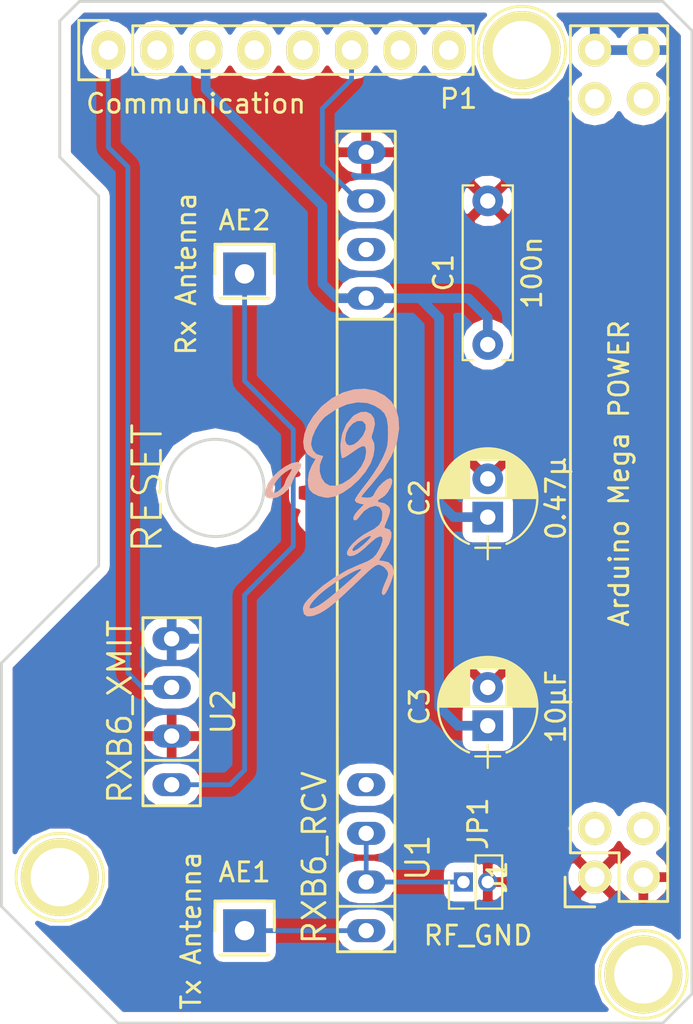
<source format=kicad_pcb>
(kicad_pcb (version 4) (host pcbnew 4.0.6)

  (general
    (links 19)
    (no_connects 0)
    (area 164.384667 66.843 204.931334 122.995)
    (thickness 1.6)
    (drawings 19)
    (tracks 39)
    (zones 0)
    (modules 15)
    (nets 14)
  )

  (page A4)
  (title_block
    (date "mar. 31 mars 2015")
  )

  (layers
    (0 F.Cu signal hide)
    (31 B.Cu signal hide)
    (32 B.Adhes user hide)
    (33 F.Adhes user hide)
    (34 B.Paste user hide)
    (35 F.Paste user hide)
    (36 B.SilkS user)
    (37 F.SilkS user)
    (38 B.Mask user)
    (39 F.Mask user)
    (40 Dwgs.User user)
    (41 Cmts.User user)
    (42 Eco1.User user)
    (43 Eco2.User user)
    (44 Edge.Cuts user)
    (45 Margin user)
    (46 B.CrtYd user)
    (47 F.CrtYd user)
    (48 B.Fab user)
    (49 F.Fab user)
  )

  (setup
    (last_trace_width 0.25)
    (trace_clearance 0.2)
    (zone_clearance 0.508)
    (zone_45_only no)
    (trace_min 0.2)
    (segment_width 0.15)
    (edge_width 0.15)
    (via_size 0.6)
    (via_drill 0.4)
    (via_min_size 0.4)
    (via_min_drill 0.3)
    (uvia_size 0.3)
    (uvia_drill 0.1)
    (uvias_allowed no)
    (uvia_min_size 0.2)
    (uvia_min_drill 0.1)
    (pcb_text_width 0.3)
    (pcb_text_size 1.5 1.5)
    (mod_edge_width 0.15)
    (mod_text_size 1 1)
    (mod_text_width 0.15)
    (pad_size 4.064 4.064)
    (pad_drill 3.048)
    (pad_to_mask_clearance 0)
    (aux_axis_origin 166.878 121.666)
    (grid_origin 166.878 121.666)
    (visible_elements FFFFEF7F)
    (pcbplotparams
      (layerselection 0x00030_80000001)
      (usegerberextensions false)
      (excludeedgelayer true)
      (linewidth 0.100000)
      (plotframeref false)
      (viasonmask false)
      (mode 1)
      (useauxorigin false)
      (hpglpennumber 1)
      (hpglpenspeed 20)
      (hpglpendiameter 15)
      (hpglpenoverlay 2)
      (psnegative false)
      (psa4output false)
      (plotreference true)
      (plotvalue true)
      (plotinvisibletext false)
      (padsonsilk false)
      (subtractmaskfromsilk false)
      (outputformat 1)
      (mirror false)
      (drillshape 1)
      (scaleselection 1)
      (outputdirectory ""))
  )

  (net 0 "")
  (net 1 GND)
  (net 2 +5V)
  (net 3 "/20(SDA)")
  (net 4 "/21(SCL)")
  (net 5 "/14(Tx3)")
  (net 6 "/15(Rx3)")
  (net 7 "/16(Tx2)")
  (net 8 "/17(Rx2)")
  (net 9 "/18(Tx1)")
  (net 10 "/19(Rx1)")
  (net 11 "Net-(AE1-Pad1)")
  (net 12 "Net-(AE2-Pad1)")
  (net 13 "Net-(JP1-Pad1)")

  (net_class Default "This is the default net class."
    (clearance 0.2)
    (trace_width 0.25)
    (via_dia 0.6)
    (via_drill 0.4)
    (uvia_dia 0.3)
    (uvia_drill 0.1)
    (add_net +5V)
    (add_net "/14(Tx3)")
    (add_net "/15(Rx3)")
    (add_net "/16(Tx2)")
    (add_net "/17(Rx2)")
    (add_net "/18(Tx1)")
    (add_net "/19(Rx1)")
    (add_net "/20(SDA)")
    (add_net "/21(SCL)")
    (add_net GND)
    (add_net "Net-(AE1-Pad1)")
    (add_net "Net-(AE2-Pad1)")
    (add_net "Net-(JP1-Pad1)")
  )

  (module Socket_Arduino_Mega:Arduino_1pin locked (layer F.Cu) (tedit 5524FDB2) (tstamp 5524FE0C)
    (at 169.418 114.046)
    (descr "module 1 pin (ou trou mecanique de percage)")
    (tags DEV)
    (path /56D70C9B)
    (fp_text reference P9 (at 0 -3.048) (layer F.SilkS) hide
      (effects (font (size 1 1) (thickness 0.15)))
    )
    (fp_text value CONN_01X01 (at 0 2.794) (layer F.Fab) hide
      (effects (font (size 1 1) (thickness 0.15)))
    )
    (fp_circle (center 0 0) (end 0 -2.286) (layer F.SilkS) (width 0.15))
    (pad 1 thru_hole circle (at 0 0) (size 4.064 4.064) (drill 3.048) (layers *.Cu *.Mask F.SilkS))
  )

  (module Socket_Arduino_Mega:Arduino_1pin locked (layer F.Cu) (tedit 5524FDBB) (tstamp 5524FE11)
    (at 199.898 119.126)
    (descr "module 1 pin (ou trou mecanique de percage)")
    (tags DEV)
    (path /56D70CE6)
    (fp_text reference P10 (at 0 -3.048) (layer F.SilkS) hide
      (effects (font (size 1 1) (thickness 0.15)))
    )
    (fp_text value CONN_01X01 (at 0 2.794) (layer F.Fab) hide
      (effects (font (size 1 1) (thickness 0.15)))
    )
    (fp_circle (center 0 0) (end 0 -2.286) (layer F.SilkS) (width 0.15))
    (pad 1 thru_hole circle (at 0 0) (size 4.064 4.064) (drill 3.048) (layers *.Cu *.Mask F.SilkS))
  )

  (module Socket_Arduino_Mega:Arduino_1pin locked (layer F.Cu) (tedit 5524FDC4) (tstamp 5524FE20)
    (at 193.548 70.866)
    (descr "module 1 pin (ou trou mecanique de percage)")
    (tags DEV)
    (path /56D711F0)
    (fp_text reference P13 (at 0 -3.048) (layer F.SilkS) hide
      (effects (font (size 1 1) (thickness 0.15)))
    )
    (fp_text value CONN_01X01 (at 0 2.794) (layer F.Fab) hide
      (effects (font (size 1 1) (thickness 0.15)))
    )
    (fp_circle (center 0 0) (end 0 -2.286) (layer F.SilkS) (width 0.15))
    (pad 1 thru_hole circle (at 0 0) (size 4.064 4.064) (drill 3.048) (layers *.Cu *.Mask F.SilkS))
  )

  (module Pin_Headers:Pin_Header_Straight_1x01 (layer F.Cu) (tedit 5A465A7B) (tstamp 5A5E5259)
    (at 179.07 116.84)
    (descr "Through hole pin header")
    (tags "pin header")
    (path /5A45463E)
    (fp_text reference AE1 (at 0 -3.048) (layer F.SilkS)
      (effects (font (size 1 1) (thickness 0.15)))
    )
    (fp_text value "Tx Antenna" (at -2.794 0 90) (layer F.SilkS)
      (effects (font (size 1 1) (thickness 0.15)))
    )
    (fp_line (start 1.55 -1.55) (end 1.55 0) (layer F.SilkS) (width 0.15))
    (fp_line (start -1.75 -1.75) (end -1.75 1.75) (layer F.CrtYd) (width 0.05))
    (fp_line (start 1.75 -1.75) (end 1.75 1.75) (layer F.CrtYd) (width 0.05))
    (fp_line (start -1.75 -1.75) (end 1.75 -1.75) (layer F.CrtYd) (width 0.05))
    (fp_line (start -1.75 1.75) (end 1.75 1.75) (layer F.CrtYd) (width 0.05))
    (fp_line (start -1.55 0) (end -1.55 -1.55) (layer F.SilkS) (width 0.15))
    (fp_line (start -1.55 -1.55) (end 1.55 -1.55) (layer F.SilkS) (width 0.15))
    (fp_line (start -1.27 1.27) (end 1.27 1.27) (layer F.SilkS) (width 0.15))
    (pad 1 thru_hole rect (at 0 0) (size 2.2352 2.2352) (drill 1.016) (layers *.Cu *.Mask)
      (net 11 "Net-(AE1-Pad1)"))
    (model Pin_Headers.3dshapes/Pin_Header_Straight_1x01.wrl
      (at (xyz 0 0 0))
      (scale (xyz 1 1 1))
      (rotate (xyz 0 0 90))
    )
  )

  (module Pin_Headers:Pin_Header_Straight_1x01 (layer F.Cu) (tedit 5A465A64) (tstamp 5A5E525E)
    (at 179.07 82.55)
    (descr "Through hole pin header")
    (tags "pin header")
    (path /5A4546CB)
    (fp_text reference AE2 (at 0 -2.794) (layer F.SilkS)
      (effects (font (size 1 1) (thickness 0.15)))
    )
    (fp_text value "Rx Antenna" (at -3.048 0 90) (layer F.SilkS)
      (effects (font (size 1 1) (thickness 0.15)))
    )
    (fp_line (start 1.55 -1.55) (end 1.55 0) (layer F.SilkS) (width 0.15))
    (fp_line (start -1.75 -1.75) (end -1.75 1.75) (layer F.CrtYd) (width 0.05))
    (fp_line (start 1.75 -1.75) (end 1.75 1.75) (layer F.CrtYd) (width 0.05))
    (fp_line (start -1.75 -1.75) (end 1.75 -1.75) (layer F.CrtYd) (width 0.05))
    (fp_line (start -1.75 1.75) (end 1.75 1.75) (layer F.CrtYd) (width 0.05))
    (fp_line (start -1.55 0) (end -1.55 -1.55) (layer F.SilkS) (width 0.15))
    (fp_line (start -1.55 -1.55) (end 1.55 -1.55) (layer F.SilkS) (width 0.15))
    (fp_line (start -1.27 1.27) (end 1.27 1.27) (layer F.SilkS) (width 0.15))
    (pad 1 thru_hole rect (at 0 0) (size 2.2352 2.2352) (drill 1.016) (layers *.Cu *.Mask)
      (net 12 "Net-(AE2-Pad1)"))
    (model Pin_Headers.3dshapes/Pin_Header_Straight_1x01.wrl
      (at (xyz 0 0 0))
      (scale (xyz 1 1 1))
      (rotate (xyz 0 0 90))
    )
  )

  (module RF:RCV (layer F.Cu) (tedit 5A465A80) (tstamp 5A5E5270)
    (at 182.88 118.11 90)
    (path /5A452804)
    (fp_text reference U1 (at 5.08 5.24 90) (layer F.SilkS)
      (effects (font (size 1.2 1.2) (thickness 0.15)))
    )
    (fp_text value RXB6_RCV (at 5.08 -0.16 90) (layer F.SilkS)
      (effects (font (size 1.2 1.2) (thickness 0.15)))
    )
    (fp_line (start 0.17 1.04) (end 42.9895 1.016) (layer F.SilkS) (width 0.15))
    (fp_line (start 42.9895 4.064) (end 0.17 4.04) (layer F.SilkS) (width 0.15))
    (fp_line (start 0.17 4.04) (end 0.17 1.04) (layer F.SilkS) (width 0.15))
    (fp_line (start 2.54 1.04) (end 2.54 4.04) (layer F.SilkS) (width 0.15))
    (fp_line (start 43.01 1.04) (end 43.01 4.04) (layer F.SilkS) (width 0.15))
    (fp_line (start 33.19 4.04) (end 33.19 1.04) (layer F.SilkS) (width 0.15))
    (pad 1 thru_hole oval (at 1.27 2.54 90) (size 1.2 2) (drill 0.8) (layers *.Cu *.Mask)
      (net 11 "Net-(AE1-Pad1)"))
    (pad 2 thru_hole oval (at 3.81 2.54 90) (size 1.2 2) (drill 0.8) (layers *.Cu *.Mask)
      (net 13 "Net-(JP1-Pad1)"))
    (pad 3 thru_hole oval (at 6.35 2.54 90) (size 1.2 2) (drill 0.8) (layers *.Cu *.Mask)
      (net 13 "Net-(JP1-Pad1)"))
    (pad 4 thru_hole oval (at 8.89 2.54 90) (size 1.2 2) (drill 0.8) (layers *.Cu *.Mask))
    (pad 5 thru_hole oval (at 34.29 2.54 90) (size 1.2 2) (drill 0.8) (layers *.Cu *.Mask)
      (net 7 "/16(Tx2)"))
    (pad 8 thru_hole oval (at 41.91 2.54 90) (size 1.2 2) (drill 0.8) (layers *.Cu *.Mask)
      (net 1 GND))
    (pad 6 thru_hole oval (at 36.83 2.54 90) (size 1.2 2) (drill 0.8) (layers *.Cu *.Mask))
    (pad 7 thru_hole oval (at 39.37 2.54 90) (size 1.2 2) (drill 0.8) (layers *.Cu *.Mask)
      (net 10 "/19(Rx1)"))
  )

  (module RF:XMIT (layer F.Cu) (tedit 5A465A6F) (tstamp 5A5E527D)
    (at 175.26 105.41 90)
    (path /5A452E96)
    (fp_text reference U2 (at 0 2.7 90) (layer F.SilkS)
      (effects (font (size 1.2 1.2) (thickness 0.15)))
    )
    (fp_text value RXB6_XMIT (at 0 -2.7 90) (layer F.SilkS)
      (effects (font (size 1.2 1.2) (thickness 0.15)))
    )
    (fp_line (start -4.91 -1.5) (end 4.91 -1.5) (layer F.SilkS) (width 0.15))
    (fp_line (start 4.91 -1.5) (end 4.91 1.5) (layer F.SilkS) (width 0.15))
    (fp_line (start 4.91 1.5) (end -4.91 1.5) (layer F.SilkS) (width 0.15))
    (fp_line (start -4.91 1.5) (end -4.91 -1.5) (layer F.SilkS) (width 0.15))
    (fp_line (start -2.54 -1.5) (end -2.54 1.5) (layer F.SilkS) (width 0.15))
    (pad 1 thru_hole oval (at -3.81 0 90) (size 1.2 2) (drill 0.8) (layers *.Cu *.Mask)
      (net 12 "Net-(AE2-Pad1)"))
    (pad 2 thru_hole oval (at -1.27 0 90) (size 1.2 2) (drill 0.8) (layers *.Cu *.Mask)
      (net 1 GND))
    (pad 3 thru_hole oval (at 1.27 0 90) (size 1.2 2) (drill 0.8) (layers *.Cu *.Mask)
      (net 5 "/14(Tx3)"))
    (pad 4 thru_hole oval (at 3.81 0 90) (size 1.2 2) (drill 0.8) (layers *.Cu *.Mask)
      (net 2 +5V))
  )

  (module Capacitors_THT:C_Rect_L9.0mm_W2.5mm_P7.50mm_MKT (layer F.Cu) (tedit 5A465A5F) (tstamp 5A5E58CA)
    (at 191.77 86.24 90)
    (descr "C, Rect series, Radial, pin pitch=7.50mm, , length*width=9*2.5mm^2, Capacitor, https://en.tdk.eu/inf/20/20/db/fc_2009/MKT_B32560_564.pdf")
    (tags "C Rect series Radial pin pitch 7.50mm  length 9mm width 2.5mm Capacitor")
    (path /5A463603)
    (fp_text reference C1 (at 3.75 -2.31 90) (layer F.SilkS)
      (effects (font (size 1 1) (thickness 0.15)))
    )
    (fp_text value 100n (at 3.75 2.31 90) (layer F.SilkS)
      (effects (font (size 1 1) (thickness 0.15)))
    )
    (fp_line (start -0.75 -1.25) (end -0.75 1.25) (layer F.Fab) (width 0.1))
    (fp_line (start -0.75 1.25) (end 8.25 1.25) (layer F.Fab) (width 0.1))
    (fp_line (start 8.25 1.25) (end 8.25 -1.25) (layer F.Fab) (width 0.1))
    (fp_line (start 8.25 -1.25) (end -0.75 -1.25) (layer F.Fab) (width 0.1))
    (fp_line (start -0.81 -1.31) (end 8.31 -1.31) (layer F.SilkS) (width 0.12))
    (fp_line (start -0.81 1.31) (end 8.31 1.31) (layer F.SilkS) (width 0.12))
    (fp_line (start -0.81 -1.31) (end -0.81 -0.75) (layer F.SilkS) (width 0.12))
    (fp_line (start -0.81 0.75) (end -0.81 1.31) (layer F.SilkS) (width 0.12))
    (fp_line (start 8.31 -1.31) (end 8.31 -0.75) (layer F.SilkS) (width 0.12))
    (fp_line (start 8.31 0.75) (end 8.31 1.31) (layer F.SilkS) (width 0.12))
    (fp_line (start -1.1 -1.6) (end -1.1 1.6) (layer F.CrtYd) (width 0.05))
    (fp_line (start -1.1 1.6) (end 8.6 1.6) (layer F.CrtYd) (width 0.05))
    (fp_line (start 8.6 1.6) (end 8.6 -1.6) (layer F.CrtYd) (width 0.05))
    (fp_line (start 8.6 -1.6) (end -1.1 -1.6) (layer F.CrtYd) (width 0.05))
    (pad 1 thru_hole circle (at 0 0 90) (size 1.6 1.6) (drill 0.8) (layers *.Cu *.Mask)
      (net 7 "/16(Tx2)"))
    (pad 2 thru_hole circle (at 7.5 0 90) (size 1.6 1.6) (drill 0.8) (layers *.Cu *.Mask)
      (net 1 GND))
    (model Capacitors_THT.3dshapes/C_Rect_L9.0mm_W2.5mm_P7.50mm_MKT.wrl
      (at (xyz 0 0 0))
      (scale (xyz 0.393701 0.393701 0.393701))
      (rotate (xyz 0 0 0))
    )
  )

  (module Capacitors_THT:CP_Radial_D5.0mm_P2.00mm (layer F.Cu) (tedit 5A465A5A) (tstamp 5A5E58D0)
    (at 191.77 95.25 90)
    (descr "CP, Radial series, Radial, pin pitch=2.00mm, , diameter=5mm, Electrolytic Capacitor")
    (tags "CP Radial series Radial pin pitch 2.00mm  diameter 5mm Electrolytic Capacitor")
    (path /5A46368D)
    (fp_text reference C2 (at 1 -3.56 90) (layer F.SilkS)
      (effects (font (size 1 1) (thickness 0.15)))
    )
    (fp_text value 0.47µ (at 1 3.56 90) (layer F.SilkS)
      (effects (font (size 1 1) (thickness 0.15)))
    )
    (fp_arc (start 1 0) (end -1.397436 -0.98) (angle 135.5) (layer F.SilkS) (width 0.12))
    (fp_arc (start 1 0) (end -1.397436 0.98) (angle -135.5) (layer F.SilkS) (width 0.12))
    (fp_arc (start 1 0) (end 3.397436 -0.98) (angle 44.5) (layer F.SilkS) (width 0.12))
    (fp_circle (center 1 0) (end 3.5 0) (layer F.Fab) (width 0.1))
    (fp_line (start -2.2 0) (end -1 0) (layer F.Fab) (width 0.1))
    (fp_line (start -1.6 -0.65) (end -1.6 0.65) (layer F.Fab) (width 0.1))
    (fp_line (start 1 -2.55) (end 1 2.55) (layer F.SilkS) (width 0.12))
    (fp_line (start 1.04 -2.55) (end 1.04 -0.98) (layer F.SilkS) (width 0.12))
    (fp_line (start 1.04 0.98) (end 1.04 2.55) (layer F.SilkS) (width 0.12))
    (fp_line (start 1.08 -2.549) (end 1.08 -0.98) (layer F.SilkS) (width 0.12))
    (fp_line (start 1.08 0.98) (end 1.08 2.549) (layer F.SilkS) (width 0.12))
    (fp_line (start 1.12 -2.548) (end 1.12 -0.98) (layer F.SilkS) (width 0.12))
    (fp_line (start 1.12 0.98) (end 1.12 2.548) (layer F.SilkS) (width 0.12))
    (fp_line (start 1.16 -2.546) (end 1.16 -0.98) (layer F.SilkS) (width 0.12))
    (fp_line (start 1.16 0.98) (end 1.16 2.546) (layer F.SilkS) (width 0.12))
    (fp_line (start 1.2 -2.543) (end 1.2 -0.98) (layer F.SilkS) (width 0.12))
    (fp_line (start 1.2 0.98) (end 1.2 2.543) (layer F.SilkS) (width 0.12))
    (fp_line (start 1.24 -2.539) (end 1.24 -0.98) (layer F.SilkS) (width 0.12))
    (fp_line (start 1.24 0.98) (end 1.24 2.539) (layer F.SilkS) (width 0.12))
    (fp_line (start 1.28 -2.535) (end 1.28 -0.98) (layer F.SilkS) (width 0.12))
    (fp_line (start 1.28 0.98) (end 1.28 2.535) (layer F.SilkS) (width 0.12))
    (fp_line (start 1.32 -2.531) (end 1.32 -0.98) (layer F.SilkS) (width 0.12))
    (fp_line (start 1.32 0.98) (end 1.32 2.531) (layer F.SilkS) (width 0.12))
    (fp_line (start 1.36 -2.525) (end 1.36 -0.98) (layer F.SilkS) (width 0.12))
    (fp_line (start 1.36 0.98) (end 1.36 2.525) (layer F.SilkS) (width 0.12))
    (fp_line (start 1.4 -2.519) (end 1.4 -0.98) (layer F.SilkS) (width 0.12))
    (fp_line (start 1.4 0.98) (end 1.4 2.519) (layer F.SilkS) (width 0.12))
    (fp_line (start 1.44 -2.513) (end 1.44 -0.98) (layer F.SilkS) (width 0.12))
    (fp_line (start 1.44 0.98) (end 1.44 2.513) (layer F.SilkS) (width 0.12))
    (fp_line (start 1.48 -2.506) (end 1.48 -0.98) (layer F.SilkS) (width 0.12))
    (fp_line (start 1.48 0.98) (end 1.48 2.506) (layer F.SilkS) (width 0.12))
    (fp_line (start 1.52 -2.498) (end 1.52 -0.98) (layer F.SilkS) (width 0.12))
    (fp_line (start 1.52 0.98) (end 1.52 2.498) (layer F.SilkS) (width 0.12))
    (fp_line (start 1.56 -2.489) (end 1.56 -0.98) (layer F.SilkS) (width 0.12))
    (fp_line (start 1.56 0.98) (end 1.56 2.489) (layer F.SilkS) (width 0.12))
    (fp_line (start 1.6 -2.48) (end 1.6 -0.98) (layer F.SilkS) (width 0.12))
    (fp_line (start 1.6 0.98) (end 1.6 2.48) (layer F.SilkS) (width 0.12))
    (fp_line (start 1.64 -2.47) (end 1.64 -0.98) (layer F.SilkS) (width 0.12))
    (fp_line (start 1.64 0.98) (end 1.64 2.47) (layer F.SilkS) (width 0.12))
    (fp_line (start 1.68 -2.46) (end 1.68 -0.98) (layer F.SilkS) (width 0.12))
    (fp_line (start 1.68 0.98) (end 1.68 2.46) (layer F.SilkS) (width 0.12))
    (fp_line (start 1.721 -2.448) (end 1.721 -0.98) (layer F.SilkS) (width 0.12))
    (fp_line (start 1.721 0.98) (end 1.721 2.448) (layer F.SilkS) (width 0.12))
    (fp_line (start 1.761 -2.436) (end 1.761 -0.98) (layer F.SilkS) (width 0.12))
    (fp_line (start 1.761 0.98) (end 1.761 2.436) (layer F.SilkS) (width 0.12))
    (fp_line (start 1.801 -2.424) (end 1.801 -0.98) (layer F.SilkS) (width 0.12))
    (fp_line (start 1.801 0.98) (end 1.801 2.424) (layer F.SilkS) (width 0.12))
    (fp_line (start 1.841 -2.41) (end 1.841 -0.98) (layer F.SilkS) (width 0.12))
    (fp_line (start 1.841 0.98) (end 1.841 2.41) (layer F.SilkS) (width 0.12))
    (fp_line (start 1.881 -2.396) (end 1.881 -0.98) (layer F.SilkS) (width 0.12))
    (fp_line (start 1.881 0.98) (end 1.881 2.396) (layer F.SilkS) (width 0.12))
    (fp_line (start 1.921 -2.382) (end 1.921 -0.98) (layer F.SilkS) (width 0.12))
    (fp_line (start 1.921 0.98) (end 1.921 2.382) (layer F.SilkS) (width 0.12))
    (fp_line (start 1.961 -2.366) (end 1.961 -0.98) (layer F.SilkS) (width 0.12))
    (fp_line (start 1.961 0.98) (end 1.961 2.366) (layer F.SilkS) (width 0.12))
    (fp_line (start 2.001 -2.35) (end 2.001 -0.98) (layer F.SilkS) (width 0.12))
    (fp_line (start 2.001 0.98) (end 2.001 2.35) (layer F.SilkS) (width 0.12))
    (fp_line (start 2.041 -2.333) (end 2.041 -0.98) (layer F.SilkS) (width 0.12))
    (fp_line (start 2.041 0.98) (end 2.041 2.333) (layer F.SilkS) (width 0.12))
    (fp_line (start 2.081 -2.315) (end 2.081 -0.98) (layer F.SilkS) (width 0.12))
    (fp_line (start 2.081 0.98) (end 2.081 2.315) (layer F.SilkS) (width 0.12))
    (fp_line (start 2.121 -2.296) (end 2.121 -0.98) (layer F.SilkS) (width 0.12))
    (fp_line (start 2.121 0.98) (end 2.121 2.296) (layer F.SilkS) (width 0.12))
    (fp_line (start 2.161 -2.276) (end 2.161 -0.98) (layer F.SilkS) (width 0.12))
    (fp_line (start 2.161 0.98) (end 2.161 2.276) (layer F.SilkS) (width 0.12))
    (fp_line (start 2.201 -2.256) (end 2.201 -0.98) (layer F.SilkS) (width 0.12))
    (fp_line (start 2.201 0.98) (end 2.201 2.256) (layer F.SilkS) (width 0.12))
    (fp_line (start 2.241 -2.234) (end 2.241 -0.98) (layer F.SilkS) (width 0.12))
    (fp_line (start 2.241 0.98) (end 2.241 2.234) (layer F.SilkS) (width 0.12))
    (fp_line (start 2.281 -2.212) (end 2.281 -0.98) (layer F.SilkS) (width 0.12))
    (fp_line (start 2.281 0.98) (end 2.281 2.212) (layer F.SilkS) (width 0.12))
    (fp_line (start 2.321 -2.189) (end 2.321 -0.98) (layer F.SilkS) (width 0.12))
    (fp_line (start 2.321 0.98) (end 2.321 2.189) (layer F.SilkS) (width 0.12))
    (fp_line (start 2.361 -2.165) (end 2.361 -0.98) (layer F.SilkS) (width 0.12))
    (fp_line (start 2.361 0.98) (end 2.361 2.165) (layer F.SilkS) (width 0.12))
    (fp_line (start 2.401 -2.14) (end 2.401 -0.98) (layer F.SilkS) (width 0.12))
    (fp_line (start 2.401 0.98) (end 2.401 2.14) (layer F.SilkS) (width 0.12))
    (fp_line (start 2.441 -2.113) (end 2.441 -0.98) (layer F.SilkS) (width 0.12))
    (fp_line (start 2.441 0.98) (end 2.441 2.113) (layer F.SilkS) (width 0.12))
    (fp_line (start 2.481 -2.086) (end 2.481 -0.98) (layer F.SilkS) (width 0.12))
    (fp_line (start 2.481 0.98) (end 2.481 2.086) (layer F.SilkS) (width 0.12))
    (fp_line (start 2.521 -2.058) (end 2.521 -0.98) (layer F.SilkS) (width 0.12))
    (fp_line (start 2.521 0.98) (end 2.521 2.058) (layer F.SilkS) (width 0.12))
    (fp_line (start 2.561 -2.028) (end 2.561 -0.98) (layer F.SilkS) (width 0.12))
    (fp_line (start 2.561 0.98) (end 2.561 2.028) (layer F.SilkS) (width 0.12))
    (fp_line (start 2.601 -1.997) (end 2.601 -0.98) (layer F.SilkS) (width 0.12))
    (fp_line (start 2.601 0.98) (end 2.601 1.997) (layer F.SilkS) (width 0.12))
    (fp_line (start 2.641 -1.965) (end 2.641 -0.98) (layer F.SilkS) (width 0.12))
    (fp_line (start 2.641 0.98) (end 2.641 1.965) (layer F.SilkS) (width 0.12))
    (fp_line (start 2.681 -1.932) (end 2.681 -0.98) (layer F.SilkS) (width 0.12))
    (fp_line (start 2.681 0.98) (end 2.681 1.932) (layer F.SilkS) (width 0.12))
    (fp_line (start 2.721 -1.897) (end 2.721 -0.98) (layer F.SilkS) (width 0.12))
    (fp_line (start 2.721 0.98) (end 2.721 1.897) (layer F.SilkS) (width 0.12))
    (fp_line (start 2.761 -1.861) (end 2.761 -0.98) (layer F.SilkS) (width 0.12))
    (fp_line (start 2.761 0.98) (end 2.761 1.861) (layer F.SilkS) (width 0.12))
    (fp_line (start 2.801 -1.823) (end 2.801 -0.98) (layer F.SilkS) (width 0.12))
    (fp_line (start 2.801 0.98) (end 2.801 1.823) (layer F.SilkS) (width 0.12))
    (fp_line (start 2.841 -1.783) (end 2.841 -0.98) (layer F.SilkS) (width 0.12))
    (fp_line (start 2.841 0.98) (end 2.841 1.783) (layer F.SilkS) (width 0.12))
    (fp_line (start 2.881 -1.742) (end 2.881 -0.98) (layer F.SilkS) (width 0.12))
    (fp_line (start 2.881 0.98) (end 2.881 1.742) (layer F.SilkS) (width 0.12))
    (fp_line (start 2.921 -1.699) (end 2.921 -0.98) (layer F.SilkS) (width 0.12))
    (fp_line (start 2.921 0.98) (end 2.921 1.699) (layer F.SilkS) (width 0.12))
    (fp_line (start 2.961 -1.654) (end 2.961 -0.98) (layer F.SilkS) (width 0.12))
    (fp_line (start 2.961 0.98) (end 2.961 1.654) (layer F.SilkS) (width 0.12))
    (fp_line (start 3.001 -1.606) (end 3.001 1.606) (layer F.SilkS) (width 0.12))
    (fp_line (start 3.041 -1.556) (end 3.041 1.556) (layer F.SilkS) (width 0.12))
    (fp_line (start 3.081 -1.504) (end 3.081 1.504) (layer F.SilkS) (width 0.12))
    (fp_line (start 3.121 -1.448) (end 3.121 1.448) (layer F.SilkS) (width 0.12))
    (fp_line (start 3.161 -1.39) (end 3.161 1.39) (layer F.SilkS) (width 0.12))
    (fp_line (start 3.201 -1.327) (end 3.201 1.327) (layer F.SilkS) (width 0.12))
    (fp_line (start 3.241 -1.261) (end 3.241 1.261) (layer F.SilkS) (width 0.12))
    (fp_line (start 3.281 -1.189) (end 3.281 1.189) (layer F.SilkS) (width 0.12))
    (fp_line (start 3.321 -1.112) (end 3.321 1.112) (layer F.SilkS) (width 0.12))
    (fp_line (start 3.361 -1.028) (end 3.361 1.028) (layer F.SilkS) (width 0.12))
    (fp_line (start 3.401 -0.934) (end 3.401 0.934) (layer F.SilkS) (width 0.12))
    (fp_line (start 3.441 -0.829) (end 3.441 0.829) (layer F.SilkS) (width 0.12))
    (fp_line (start 3.481 -0.707) (end 3.481 0.707) (layer F.SilkS) (width 0.12))
    (fp_line (start 3.521 -0.559) (end 3.521 0.559) (layer F.SilkS) (width 0.12))
    (fp_line (start 3.561 -0.354) (end 3.561 0.354) (layer F.SilkS) (width 0.12))
    (fp_line (start -2.2 0) (end -1 0) (layer F.SilkS) (width 0.12))
    (fp_line (start -1.6 -0.65) (end -1.6 0.65) (layer F.SilkS) (width 0.12))
    (fp_line (start -1.85 -2.85) (end -1.85 2.85) (layer F.CrtYd) (width 0.05))
    (fp_line (start -1.85 2.85) (end 3.85 2.85) (layer F.CrtYd) (width 0.05))
    (fp_line (start 3.85 2.85) (end 3.85 -2.85) (layer F.CrtYd) (width 0.05))
    (fp_line (start 3.85 -2.85) (end -1.85 -2.85) (layer F.CrtYd) (width 0.05))
    (pad 1 thru_hole rect (at 0 0 90) (size 1.6 1.6) (drill 0.8) (layers *.Cu *.Mask)
      (net 7 "/16(Tx2)"))
    (pad 2 thru_hole circle (at 2 0 90) (size 1.6 1.6) (drill 0.8) (layers *.Cu *.Mask)
      (net 1 GND))
    (model Capacitors_THT.3dshapes/CP_Radial_D5.0mm_P2.00mm.wrl
      (at (xyz 0 0 0))
      (scale (xyz 0.393701 0.393701 0.393701))
      (rotate (xyz 0 0 0))
    )
  )

  (module Capacitors_THT:CP_Radial_D5.0mm_P2.00mm (layer F.Cu) (tedit 5A465A55) (tstamp 5A5E58D6)
    (at 191.77 106.14 90)
    (descr "CP, Radial series, Radial, pin pitch=2.00mm, , diameter=5mm, Electrolytic Capacitor")
    (tags "CP Radial series Radial pin pitch 2.00mm  diameter 5mm Electrolytic Capacitor")
    (path /5A463707)
    (fp_text reference C3 (at 1 -3.56 90) (layer F.SilkS)
      (effects (font (size 1 1) (thickness 0.15)))
    )
    (fp_text value 10µF (at 1 3.56 90) (layer F.SilkS)
      (effects (font (size 1 1) (thickness 0.15)))
    )
    (fp_arc (start 1 0) (end -1.397436 -0.98) (angle 135.5) (layer F.SilkS) (width 0.12))
    (fp_arc (start 1 0) (end -1.397436 0.98) (angle -135.5) (layer F.SilkS) (width 0.12))
    (fp_arc (start 1 0) (end 3.397436 -0.98) (angle 44.5) (layer F.SilkS) (width 0.12))
    (fp_circle (center 1 0) (end 3.5 0) (layer F.Fab) (width 0.1))
    (fp_line (start -2.2 0) (end -1 0) (layer F.Fab) (width 0.1))
    (fp_line (start -1.6 -0.65) (end -1.6 0.65) (layer F.Fab) (width 0.1))
    (fp_line (start 1 -2.55) (end 1 2.55) (layer F.SilkS) (width 0.12))
    (fp_line (start 1.04 -2.55) (end 1.04 -0.98) (layer F.SilkS) (width 0.12))
    (fp_line (start 1.04 0.98) (end 1.04 2.55) (layer F.SilkS) (width 0.12))
    (fp_line (start 1.08 -2.549) (end 1.08 -0.98) (layer F.SilkS) (width 0.12))
    (fp_line (start 1.08 0.98) (end 1.08 2.549) (layer F.SilkS) (width 0.12))
    (fp_line (start 1.12 -2.548) (end 1.12 -0.98) (layer F.SilkS) (width 0.12))
    (fp_line (start 1.12 0.98) (end 1.12 2.548) (layer F.SilkS) (width 0.12))
    (fp_line (start 1.16 -2.546) (end 1.16 -0.98) (layer F.SilkS) (width 0.12))
    (fp_line (start 1.16 0.98) (end 1.16 2.546) (layer F.SilkS) (width 0.12))
    (fp_line (start 1.2 -2.543) (end 1.2 -0.98) (layer F.SilkS) (width 0.12))
    (fp_line (start 1.2 0.98) (end 1.2 2.543) (layer F.SilkS) (width 0.12))
    (fp_line (start 1.24 -2.539) (end 1.24 -0.98) (layer F.SilkS) (width 0.12))
    (fp_line (start 1.24 0.98) (end 1.24 2.539) (layer F.SilkS) (width 0.12))
    (fp_line (start 1.28 -2.535) (end 1.28 -0.98) (layer F.SilkS) (width 0.12))
    (fp_line (start 1.28 0.98) (end 1.28 2.535) (layer F.SilkS) (width 0.12))
    (fp_line (start 1.32 -2.531) (end 1.32 -0.98) (layer F.SilkS) (width 0.12))
    (fp_line (start 1.32 0.98) (end 1.32 2.531) (layer F.SilkS) (width 0.12))
    (fp_line (start 1.36 -2.525) (end 1.36 -0.98) (layer F.SilkS) (width 0.12))
    (fp_line (start 1.36 0.98) (end 1.36 2.525) (layer F.SilkS) (width 0.12))
    (fp_line (start 1.4 -2.519) (end 1.4 -0.98) (layer F.SilkS) (width 0.12))
    (fp_line (start 1.4 0.98) (end 1.4 2.519) (layer F.SilkS) (width 0.12))
    (fp_line (start 1.44 -2.513) (end 1.44 -0.98) (layer F.SilkS) (width 0.12))
    (fp_line (start 1.44 0.98) (end 1.44 2.513) (layer F.SilkS) (width 0.12))
    (fp_line (start 1.48 -2.506) (end 1.48 -0.98) (layer F.SilkS) (width 0.12))
    (fp_line (start 1.48 0.98) (end 1.48 2.506) (layer F.SilkS) (width 0.12))
    (fp_line (start 1.52 -2.498) (end 1.52 -0.98) (layer F.SilkS) (width 0.12))
    (fp_line (start 1.52 0.98) (end 1.52 2.498) (layer F.SilkS) (width 0.12))
    (fp_line (start 1.56 -2.489) (end 1.56 -0.98) (layer F.SilkS) (width 0.12))
    (fp_line (start 1.56 0.98) (end 1.56 2.489) (layer F.SilkS) (width 0.12))
    (fp_line (start 1.6 -2.48) (end 1.6 -0.98) (layer F.SilkS) (width 0.12))
    (fp_line (start 1.6 0.98) (end 1.6 2.48) (layer F.SilkS) (width 0.12))
    (fp_line (start 1.64 -2.47) (end 1.64 -0.98) (layer F.SilkS) (width 0.12))
    (fp_line (start 1.64 0.98) (end 1.64 2.47) (layer F.SilkS) (width 0.12))
    (fp_line (start 1.68 -2.46) (end 1.68 -0.98) (layer F.SilkS) (width 0.12))
    (fp_line (start 1.68 0.98) (end 1.68 2.46) (layer F.SilkS) (width 0.12))
    (fp_line (start 1.721 -2.448) (end 1.721 -0.98) (layer F.SilkS) (width 0.12))
    (fp_line (start 1.721 0.98) (end 1.721 2.448) (layer F.SilkS) (width 0.12))
    (fp_line (start 1.761 -2.436) (end 1.761 -0.98) (layer F.SilkS) (width 0.12))
    (fp_line (start 1.761 0.98) (end 1.761 2.436) (layer F.SilkS) (width 0.12))
    (fp_line (start 1.801 -2.424) (end 1.801 -0.98) (layer F.SilkS) (width 0.12))
    (fp_line (start 1.801 0.98) (end 1.801 2.424) (layer F.SilkS) (width 0.12))
    (fp_line (start 1.841 -2.41) (end 1.841 -0.98) (layer F.SilkS) (width 0.12))
    (fp_line (start 1.841 0.98) (end 1.841 2.41) (layer F.SilkS) (width 0.12))
    (fp_line (start 1.881 -2.396) (end 1.881 -0.98) (layer F.SilkS) (width 0.12))
    (fp_line (start 1.881 0.98) (end 1.881 2.396) (layer F.SilkS) (width 0.12))
    (fp_line (start 1.921 -2.382) (end 1.921 -0.98) (layer F.SilkS) (width 0.12))
    (fp_line (start 1.921 0.98) (end 1.921 2.382) (layer F.SilkS) (width 0.12))
    (fp_line (start 1.961 -2.366) (end 1.961 -0.98) (layer F.SilkS) (width 0.12))
    (fp_line (start 1.961 0.98) (end 1.961 2.366) (layer F.SilkS) (width 0.12))
    (fp_line (start 2.001 -2.35) (end 2.001 -0.98) (layer F.SilkS) (width 0.12))
    (fp_line (start 2.001 0.98) (end 2.001 2.35) (layer F.SilkS) (width 0.12))
    (fp_line (start 2.041 -2.333) (end 2.041 -0.98) (layer F.SilkS) (width 0.12))
    (fp_line (start 2.041 0.98) (end 2.041 2.333) (layer F.SilkS) (width 0.12))
    (fp_line (start 2.081 -2.315) (end 2.081 -0.98) (layer F.SilkS) (width 0.12))
    (fp_line (start 2.081 0.98) (end 2.081 2.315) (layer F.SilkS) (width 0.12))
    (fp_line (start 2.121 -2.296) (end 2.121 -0.98) (layer F.SilkS) (width 0.12))
    (fp_line (start 2.121 0.98) (end 2.121 2.296) (layer F.SilkS) (width 0.12))
    (fp_line (start 2.161 -2.276) (end 2.161 -0.98) (layer F.SilkS) (width 0.12))
    (fp_line (start 2.161 0.98) (end 2.161 2.276) (layer F.SilkS) (width 0.12))
    (fp_line (start 2.201 -2.256) (end 2.201 -0.98) (layer F.SilkS) (width 0.12))
    (fp_line (start 2.201 0.98) (end 2.201 2.256) (layer F.SilkS) (width 0.12))
    (fp_line (start 2.241 -2.234) (end 2.241 -0.98) (layer F.SilkS) (width 0.12))
    (fp_line (start 2.241 0.98) (end 2.241 2.234) (layer F.SilkS) (width 0.12))
    (fp_line (start 2.281 -2.212) (end 2.281 -0.98) (layer F.SilkS) (width 0.12))
    (fp_line (start 2.281 0.98) (end 2.281 2.212) (layer F.SilkS) (width 0.12))
    (fp_line (start 2.321 -2.189) (end 2.321 -0.98) (layer F.SilkS) (width 0.12))
    (fp_line (start 2.321 0.98) (end 2.321 2.189) (layer F.SilkS) (width 0.12))
    (fp_line (start 2.361 -2.165) (end 2.361 -0.98) (layer F.SilkS) (width 0.12))
    (fp_line (start 2.361 0.98) (end 2.361 2.165) (layer F.SilkS) (width 0.12))
    (fp_line (start 2.401 -2.14) (end 2.401 -0.98) (layer F.SilkS) (width 0.12))
    (fp_line (start 2.401 0.98) (end 2.401 2.14) (layer F.SilkS) (width 0.12))
    (fp_line (start 2.441 -2.113) (end 2.441 -0.98) (layer F.SilkS) (width 0.12))
    (fp_line (start 2.441 0.98) (end 2.441 2.113) (layer F.SilkS) (width 0.12))
    (fp_line (start 2.481 -2.086) (end 2.481 -0.98) (layer F.SilkS) (width 0.12))
    (fp_line (start 2.481 0.98) (end 2.481 2.086) (layer F.SilkS) (width 0.12))
    (fp_line (start 2.521 -2.058) (end 2.521 -0.98) (layer F.SilkS) (width 0.12))
    (fp_line (start 2.521 0.98) (end 2.521 2.058) (layer F.SilkS) (width 0.12))
    (fp_line (start 2.561 -2.028) (end 2.561 -0.98) (layer F.SilkS) (width 0.12))
    (fp_line (start 2.561 0.98) (end 2.561 2.028) (layer F.SilkS) (width 0.12))
    (fp_line (start 2.601 -1.997) (end 2.601 -0.98) (layer F.SilkS) (width 0.12))
    (fp_line (start 2.601 0.98) (end 2.601 1.997) (layer F.SilkS) (width 0.12))
    (fp_line (start 2.641 -1.965) (end 2.641 -0.98) (layer F.SilkS) (width 0.12))
    (fp_line (start 2.641 0.98) (end 2.641 1.965) (layer F.SilkS) (width 0.12))
    (fp_line (start 2.681 -1.932) (end 2.681 -0.98) (layer F.SilkS) (width 0.12))
    (fp_line (start 2.681 0.98) (end 2.681 1.932) (layer F.SilkS) (width 0.12))
    (fp_line (start 2.721 -1.897) (end 2.721 -0.98) (layer F.SilkS) (width 0.12))
    (fp_line (start 2.721 0.98) (end 2.721 1.897) (layer F.SilkS) (width 0.12))
    (fp_line (start 2.761 -1.861) (end 2.761 -0.98) (layer F.SilkS) (width 0.12))
    (fp_line (start 2.761 0.98) (end 2.761 1.861) (layer F.SilkS) (width 0.12))
    (fp_line (start 2.801 -1.823) (end 2.801 -0.98) (layer F.SilkS) (width 0.12))
    (fp_line (start 2.801 0.98) (end 2.801 1.823) (layer F.SilkS) (width 0.12))
    (fp_line (start 2.841 -1.783) (end 2.841 -0.98) (layer F.SilkS) (width 0.12))
    (fp_line (start 2.841 0.98) (end 2.841 1.783) (layer F.SilkS) (width 0.12))
    (fp_line (start 2.881 -1.742) (end 2.881 -0.98) (layer F.SilkS) (width 0.12))
    (fp_line (start 2.881 0.98) (end 2.881 1.742) (layer F.SilkS) (width 0.12))
    (fp_line (start 2.921 -1.699) (end 2.921 -0.98) (layer F.SilkS) (width 0.12))
    (fp_line (start 2.921 0.98) (end 2.921 1.699) (layer F.SilkS) (width 0.12))
    (fp_line (start 2.961 -1.654) (end 2.961 -0.98) (layer F.SilkS) (width 0.12))
    (fp_line (start 2.961 0.98) (end 2.961 1.654) (layer F.SilkS) (width 0.12))
    (fp_line (start 3.001 -1.606) (end 3.001 1.606) (layer F.SilkS) (width 0.12))
    (fp_line (start 3.041 -1.556) (end 3.041 1.556) (layer F.SilkS) (width 0.12))
    (fp_line (start 3.081 -1.504) (end 3.081 1.504) (layer F.SilkS) (width 0.12))
    (fp_line (start 3.121 -1.448) (end 3.121 1.448) (layer F.SilkS) (width 0.12))
    (fp_line (start 3.161 -1.39) (end 3.161 1.39) (layer F.SilkS) (width 0.12))
    (fp_line (start 3.201 -1.327) (end 3.201 1.327) (layer F.SilkS) (width 0.12))
    (fp_line (start 3.241 -1.261) (end 3.241 1.261) (layer F.SilkS) (width 0.12))
    (fp_line (start 3.281 -1.189) (end 3.281 1.189) (layer F.SilkS) (width 0.12))
    (fp_line (start 3.321 -1.112) (end 3.321 1.112) (layer F.SilkS) (width 0.12))
    (fp_line (start 3.361 -1.028) (end 3.361 1.028) (layer F.SilkS) (width 0.12))
    (fp_line (start 3.401 -0.934) (end 3.401 0.934) (layer F.SilkS) (width 0.12))
    (fp_line (start 3.441 -0.829) (end 3.441 0.829) (layer F.SilkS) (width 0.12))
    (fp_line (start 3.481 -0.707) (end 3.481 0.707) (layer F.SilkS) (width 0.12))
    (fp_line (start 3.521 -0.559) (end 3.521 0.559) (layer F.SilkS) (width 0.12))
    (fp_line (start 3.561 -0.354) (end 3.561 0.354) (layer F.SilkS) (width 0.12))
    (fp_line (start -2.2 0) (end -1 0) (layer F.SilkS) (width 0.12))
    (fp_line (start -1.6 -0.65) (end -1.6 0.65) (layer F.SilkS) (width 0.12))
    (fp_line (start -1.85 -2.85) (end -1.85 2.85) (layer F.CrtYd) (width 0.05))
    (fp_line (start -1.85 2.85) (end 3.85 2.85) (layer F.CrtYd) (width 0.05))
    (fp_line (start 3.85 2.85) (end 3.85 -2.85) (layer F.CrtYd) (width 0.05))
    (fp_line (start 3.85 -2.85) (end -1.85 -2.85) (layer F.CrtYd) (width 0.05))
    (pad 1 thru_hole rect (at 0 0 90) (size 1.6 1.6) (drill 0.8) (layers *.Cu *.Mask)
      (net 7 "/16(Tx2)"))
    (pad 2 thru_hole circle (at 2 0 90) (size 1.6 1.6) (drill 0.8) (layers *.Cu *.Mask)
      (net 1 GND))
    (model Capacitors_THT.3dshapes/CP_Radial_D5.0mm_P2.00mm.wrl
      (at (xyz 0 0 0))
      (scale (xyz 0.393701 0.393701 0.393701))
      (rotate (xyz 0 0 0))
    )
  )

  (module Pin_Headers:Pin_Header_Straight_1x02_Pitch1.27mm (layer F.Cu) (tedit 5A465A85) (tstamp 5A5E58E4)
    (at 190.5 114.3 90)
    (descr "Through hole straight pin header, 1x02, 1.27mm pitch, single row")
    (tags "Through hole pin header THT 1x02 1.27mm single row")
    (path /5A4633B4)
    (fp_text reference JP1 (at 3.048 0.762 90) (layer F.SilkS)
      (effects (font (size 1 1) (thickness 0.15)))
    )
    (fp_text value RF_GND (at -2.794 0.762 180) (layer F.SilkS)
      (effects (font (size 1 1) (thickness 0.15)))
    )
    (fp_line (start -1.27 -0.635) (end -1.27 1.905) (layer F.Fab) (width 0.1))
    (fp_line (start -1.27 1.905) (end 1.27 1.905) (layer F.Fab) (width 0.1))
    (fp_line (start 1.27 1.905) (end 1.27 -0.635) (layer F.Fab) (width 0.1))
    (fp_line (start 1.27 -0.635) (end -1.27 -0.635) (layer F.Fab) (width 0.1))
    (fp_line (start -1.39 0.635) (end -1.39 2.025) (layer F.SilkS) (width 0.12))
    (fp_line (start -1.39 2.025) (end 1.39 2.025) (layer F.SilkS) (width 0.12))
    (fp_line (start 1.39 2.025) (end 1.39 0.635) (layer F.SilkS) (width 0.12))
    (fp_line (start 1.39 0.635) (end -1.39 0.635) (layer F.SilkS) (width 0.12))
    (fp_line (start -1.39 0) (end -1.39 -0.755) (layer F.SilkS) (width 0.12))
    (fp_line (start -1.39 -0.755) (end 0 -0.755) (layer F.SilkS) (width 0.12))
    (fp_line (start -1.6 -0.9) (end -1.6 2.2) (layer F.CrtYd) (width 0.05))
    (fp_line (start -1.6 2.2) (end 1.6 2.2) (layer F.CrtYd) (width 0.05))
    (fp_line (start 1.6 2.2) (end 1.6 -0.9) (layer F.CrtYd) (width 0.05))
    (fp_line (start 1.6 -0.9) (end -1.6 -0.9) (layer F.CrtYd) (width 0.05))
    (pad 1 thru_hole rect (at 0 0 90) (size 1 1) (drill 0.65) (layers *.Cu *.Mask)
      (net 13 "Net-(JP1-Pad1)"))
    (pad 2 thru_hole oval (at 0 1.27 90) (size 1 1) (drill 0.65) (layers *.Cu *.Mask)
      (net 1 GND))
    (model Pin_Headers.3dshapes/Pin_Header_Straight_1x02_Pitch1.27mm.wrl
      (at (xyz 0 0 0))
      (scale (xyz 1 1 1))
      (rotate (xyz 0 0 0))
    )
  )

  (module Socket_Arduino_Mega:Power_Strip_Arduino_Mega_2x18 locked (layer F.Cu) (tedit 5A465E7A) (tstamp 5A5DF5A3)
    (at 197.358 114.046 90)
    (descr "Through hole socket strip")
    (tags "socket strip")
    (path /5A462F82)
    (fp_text reference J1 (at 0 -5.1 90) (layer F.SilkS)
      (effects (font (size 1 1) (thickness 0.15)))
    )
    (fp_text value "Arduino Mega POWER" (at 21.082 1.27 90) (layer F.SilkS)
      (effects (font (size 1 1) (thickness 0.15)))
    )
    (fp_line (start -1.75 -1.75) (end -1.75 4.3) (layer F.CrtYd) (width 0.05))
    (fp_line (start 44.95 -1.75) (end 44.95 4.3) (layer F.CrtYd) (width 0.05))
    (fp_line (start -1.75 -1.75) (end 44.95 -1.75) (layer F.CrtYd) (width 0.05))
    (fp_line (start -1.75 4.3) (end 44.95 4.3) (layer F.CrtYd) (width 0.05))
    (fp_line (start -1.27 3.81) (end 44.45 3.81) (layer F.SilkS) (width 0.15))
    (fp_line (start 44.45 -1.27) (end 1.27 -1.27) (layer F.SilkS) (width 0.15))
    (fp_line (start 44.45 3.81) (end 44.45 -1.27) (layer F.SilkS) (width 0.15))
    (fp_line (start -1.27 3.81) (end -1.27 1.27) (layer F.SilkS) (width 0.15))
    (fp_line (start 0 -1.55) (end -1.55 -1.55) (layer F.SilkS) (width 0.15))
    (fp_line (start -1.27 1.27) (end 1.27 1.27) (layer F.SilkS) (width 0.15))
    (fp_line (start 1.27 1.27) (end 1.27 -1.27) (layer F.SilkS) (width 0.15))
    (fp_line (start -1.55 -1.55) (end -1.55 0) (layer F.SilkS) (width 0.15))
    (pad 1 thru_hole circle (at 0 0 90) (size 1.7272 1.7272) (drill 1.016) (layers *.Cu *.Mask F.SilkS)
      (net 1 GND))
    (pad 2 thru_hole oval (at 0 2.54 90) (size 1.7272 1.7272) (drill 1.016) (layers *.Cu *.Mask F.SilkS)
      (net 1 GND))
    (pad 3 thru_hole oval (at 2.54 0 90) (size 1.7272 1.7272) (drill 1.016) (layers *.Cu *.Mask F.SilkS))
    (pad 4 thru_hole oval (at 2.54 2.54 90) (size 1.7272 1.7272) (drill 1.016) (layers *.Cu *.Mask F.SilkS))
    (pad 33 thru_hole oval (at 40.64 0 90) (size 1.7272 1.7272) (drill 1.016) (layers *.Cu *.Mask F.SilkS))
    (pad 34 thru_hole oval (at 40.64 2.54 90) (size 1.7272 1.7272) (drill 1.016) (layers *.Cu *.Mask F.SilkS))
    (pad 35 thru_hole oval (at 43.18 0 90) (size 1.7272 1.7272) (drill 1.016) (layers *.Cu *.Mask F.SilkS)
      (net 2 +5V))
    (pad 36 thru_hole oval (at 43.18 2.54 90) (size 1.7272 1.7272) (drill 1.016) (layers *.Cu *.Mask F.SilkS)
      (net 2 +5V))
    (model ${KIPRJMOD}/Socket_Arduino_Mega.3dshapes/Socket_header_Arduino_2x18.wrl
      (at (xyz 0.85 -0.05 0))
      (scale (xyz 1 1 1))
      (rotate (xyz 0 0 180))
    )
  )

  (module Socket_Arduino_Mega:Socket_Strip_Arduino_1x08 locked (layer F.Cu) (tedit 5A465A6A) (tstamp 5A5DF5D0)
    (at 171.958 70.866)
    (descr "Through hole socket strip")
    (tags "socket strip")
    (path /56D73F2C)
    (fp_text reference P1 (at 18.288 2.54) (layer F.SilkS)
      (effects (font (size 1 1) (thickness 0.15)))
    )
    (fp_text value Communication (at 4.572 2.794) (layer F.SilkS)
      (effects (font (size 1 1) (thickness 0.15)))
    )
    (fp_line (start -1.75 -1.75) (end -1.75 1.75) (layer F.CrtYd) (width 0.05))
    (fp_line (start 19.55 -1.75) (end 19.55 1.75) (layer F.CrtYd) (width 0.05))
    (fp_line (start -1.75 -1.75) (end 19.55 -1.75) (layer F.CrtYd) (width 0.05))
    (fp_line (start -1.75 1.75) (end 19.55 1.75) (layer F.CrtYd) (width 0.05))
    (fp_line (start 1.27 1.27) (end 19.05 1.27) (layer F.SilkS) (width 0.15))
    (fp_line (start 19.05 1.27) (end 19.05 -1.27) (layer F.SilkS) (width 0.15))
    (fp_line (start 19.05 -1.27) (end 1.27 -1.27) (layer F.SilkS) (width 0.15))
    (fp_line (start -1.55 1.55) (end 0 1.55) (layer F.SilkS) (width 0.15))
    (fp_line (start 1.27 1.27) (end 1.27 -1.27) (layer F.SilkS) (width 0.15))
    (fp_line (start 0 -1.55) (end -1.55 -1.55) (layer F.SilkS) (width 0.15))
    (fp_line (start -1.55 -1.55) (end -1.55 1.55) (layer F.SilkS) (width 0.15))
    (pad 1 thru_hole oval (at 0 0) (size 1.7272 2.032) (drill 1.016) (layers *.Cu *.Mask F.SilkS)
      (net 5 "/14(Tx3)"))
    (pad 2 thru_hole oval (at 2.54 0) (size 1.7272 2.032) (drill 1.016) (layers *.Cu *.Mask F.SilkS)
      (net 6 "/15(Rx3)"))
    (pad 3 thru_hole oval (at 5.08 0) (size 1.7272 2.032) (drill 1.016) (layers *.Cu *.Mask F.SilkS)
      (net 7 "/16(Tx2)"))
    (pad 4 thru_hole oval (at 7.62 0) (size 1.7272 2.032) (drill 1.016) (layers *.Cu *.Mask F.SilkS)
      (net 8 "/17(Rx2)"))
    (pad 5 thru_hole oval (at 10.16 0) (size 1.7272 2.032) (drill 1.016) (layers *.Cu *.Mask F.SilkS)
      (net 9 "/18(Tx1)"))
    (pad 6 thru_hole oval (at 12.7 0) (size 1.7272 2.032) (drill 1.016) (layers *.Cu *.Mask F.SilkS)
      (net 10 "/19(Rx1)"))
    (pad 7 thru_hole oval (at 15.24 0) (size 1.7272 2.032) (drill 1.016) (layers *.Cu *.Mask F.SilkS)
      (net 3 "/20(SDA)"))
    (pad 8 thru_hole oval (at 17.78 0) (size 1.7272 2.032) (drill 1.016) (layers *.Cu *.Mask F.SilkS)
      (net 4 "/21(SCL)"))
    (model ${KIPRJMOD}/Socket_Arduino_Mega.3dshapes/Socket_header_Arduino_1x08.wrl
      (at (xyz 0.35 0 0))
      (scale (xyz 1 1 1))
      (rotate (xyz 0 0 180))
    )
  )

  (module ESP-RS232:LOGO2 (layer B.Cu) (tedit 58E25FA6) (tstamp 5A709B52)
    (at 183.642 94.488 270)
    (fp_text reference G*** (at 3.048 2.54 270) (layer B.SilkS) hide
      (effects (font (thickness 0.3)) (justify mirror))
    )
    (fp_text value LOGO (at -0.508 4.572 270) (layer B.SilkS) hide
      (effects (font (thickness 0.3)) (justify mirror))
    )
    (fp_poly (pts (xy 5.816865 1.472357) (xy 5.936087 1.315386) (xy 5.926732 1.050025) (xy 5.884738 0.90522)
      (xy 5.781441 0.654631) (xy 5.63456 0.394347) (xy 5.428097 0.103801) (xy 5.14605 -0.237576)
      (xy 4.772419 -0.650351) (xy 4.291204 -1.155093) (xy 4.244695 -1.203032) (xy 3.864676 -1.597559)
      (xy 3.590145 -1.892687) (xy 3.406066 -2.107956) (xy 3.2974 -2.262908) (xy 3.249111 -2.377086)
      (xy 3.24616 -2.47003) (xy 3.251206 -2.4941) (xy 3.361637 -2.699879) (xy 3.511839 -2.842921)
      (xy 3.637468 -2.912535) (xy 3.758027 -2.926453) (xy 3.925625 -2.878356) (xy 4.192371 -2.761929)
      (xy 4.196826 -2.75989) (xy 4.528033 -2.627224) (xy 4.732533 -2.592964) (xy 4.820678 -2.656071)
      (xy 4.826 -2.696692) (xy 4.75261 -2.779104) (xy 4.563605 -2.889731) (xy 4.305733 -3.0087)
      (xy 4.025741 -3.116138) (xy 3.770376 -3.192173) (xy 3.601258 -3.217333) (xy 3.314814 -3.143616)
      (xy 3.120098 -2.943651) (xy 3.048001 -2.649219) (xy 3.048 -2.648161) (xy 3.035353 -2.498084)
      (xy 3.014175 -2.455333) (xy 2.931743 -2.498834) (xy 2.751376 -2.611967) (xy 2.550718 -2.744454)
      (xy 2.165743 -2.965669) (xy 1.834207 -3.083164) (xy 1.575579 -3.095757) (xy 1.409324 -3.002271)
      (xy 1.354667 -2.816907) (xy 1.307507 -2.732974) (xy 1.2065 -2.754442) (xy 0.831336 -2.909967)
      (xy 0.57532 -2.999571) (xy 0.404164 -3.028966) (xy 0.283581 -3.003867) (xy 0.179282 -2.929985)
      (xy 0.175167 -2.926279) (xy 0.042738 -2.737489) (xy 0 -2.569211) (xy -0.030698 -2.4038)
      (xy -0.109135 -2.39223) (xy -0.214831 -2.533356) (xy -0.238683 -2.582527) (xy -0.367621 -2.759861)
      (xy -0.564887 -2.920964) (xy -0.791948 -3.048937) (xy -1.010272 -3.126882) (xy -1.181327 -3.137898)
      (xy -1.26658 -3.065089) (xy -1.27 -3.034825) (xy -1.206402 -2.863086) (xy -1.045228 -2.647402)
      (xy -0.830905 -2.43607) (xy -0.607862 -2.277386) (xy -0.545281 -2.247012) (xy -0.348472 -2.142031)
      (xy -0.267692 -2.006646) (xy -0.254 -1.824653) (xy -0.265992 -1.626972) (xy -0.295527 -1.526991)
      (xy -0.302332 -1.524) (xy -0.382292 -1.576978) (xy -0.556859 -1.719142) (xy -0.795743 -1.925332)
      (xy -0.939404 -2.053166) (xy -1.699132 -2.663193) (xy -2.436186 -3.106522) (xy -3.152596 -3.383977)
      (xy -3.850392 -3.496381) (xy -4.418848 -3.464609) (xy -4.899994 -3.330731) (xy -5.286578 -3.081297)
      (xy -5.590899 -2.73497) (xy -5.835246 -2.255619) (xy -5.938717 -1.71613) (xy -5.90618 -1.142578)
      (xy -5.742501 -0.561035) (xy -5.452549 0.002424) (xy -5.041192 0.521727) (xy -4.969364 0.594158)
      (xy -4.51365 0.979758) (xy -4.049563 1.263484) (xy -3.598141 1.44155) (xy -3.180423 1.510173)
      (xy -2.817447 1.46557) (xy -2.530249 1.303955) (xy -2.357792 1.063888) (xy -2.267961 0.866731)
      (xy -1.917147 1.067346) (xy -1.559643 1.210194) (xy -1.171637 1.268491) (xy -0.818925 1.236396)
      (xy -0.6646 1.178519) (xy -0.488358 1.004347) (xy -0.347003 0.718885) (xy -0.265048 0.379855)
      (xy -0.254 0.211572) (xy -0.325489 -0.157241) (xy -0.522621 -0.569372) (xy -0.819394 -0.992789)
      (xy -1.189806 -1.395459) (xy -1.607857 -1.745352) (xy -2.047542 -2.010435) (xy -2.064087 -2.018293)
      (xy -2.429075 -2.149887) (xy -2.785558 -2.210084) (xy -3.084545 -2.194665) (xy -3.254671 -2.120813)
      (xy -3.370168 -2.063078) (xy -3.529149 -2.079878) (xy -3.733286 -2.152303) (xy -4.103657 -2.23485)
      (xy -4.406607 -2.18236) (xy -4.623114 -2.022065) (xy -4.734155 -1.781198) (xy -4.720707 -1.48699)
      (xy -4.63919 -1.320634) (xy -4.257622 -1.320634) (xy -4.256513 -1.554749) (xy -4.232924 -1.609431)
      (xy -4.073926 -1.750176) (xy -3.834043 -1.756917) (xy -3.535031 -1.63033) (xy -3.464865 -1.585594)
      (xy -3.1945 -1.357976) (xy -3.030487 -1.12696) (xy -2.977596 -0.919418) (xy -3.040603 -0.762224)
      (xy -3.224278 -0.68225) (xy -3.303547 -0.677333) (xy -3.624706 -0.732868) (xy -3.91115 -0.879035)
      (xy -4.132311 -1.085177) (xy -4.257622 -1.320634) (xy -4.63919 -1.320634) (xy -4.563747 -1.166675)
      (xy -4.48795 -1.07197) (xy -4.09058 -0.742293) (xy -3.593859 -0.526133) (xy -3.036192 -0.438538)
      (xy -2.872751 -0.439162) (xy -2.594699 -0.459776) (xy -2.392389 -0.492791) (xy -2.318224 -0.524358)
      (xy -2.344595 -0.619794) (xy -2.452147 -0.808139) (xy -2.617723 -1.048929) (xy -2.62073 -1.053003)
      (xy -2.840202 -1.369483) (xy -2.944254 -1.581135) (xy -2.932947 -1.706983) (xy -2.806339 -1.766048)
      (xy -2.622984 -1.778) (xy -2.254446 -1.708687) (xy -1.880074 -1.520836) (xy -1.527431 -1.244576)
      (xy -1.224081 -0.910037) (xy -0.997589 -0.547348) (xy -0.875517 -0.186639) (xy -0.881172 0.125955)
      (xy -1.023548 0.374847) (xy -1.279959 0.554173) (xy -1.60422 0.649166) (xy -1.950145 0.645059)
      (xy -2.2225 0.554833) (xy -2.383923 0.480581) (xy -2.445878 0.500172) (xy -2.455333 0.597688)
      (xy -2.531681 0.822579) (xy -2.727601 1.001955) (xy -2.99341 1.095403) (xy -3.07371 1.100667)
      (xy -3.393891 1.042622) (xy -3.766117 0.889572) (xy -4.130015 0.673143) (xy -4.42521 0.424962)
      (xy -4.478763 0.364629) (xy -4.86762 -0.196416) (xy -5.120429 -0.761415) (xy -5.232633 -1.31046)
      (xy -5.199676 -1.823645) (xy -5.065011 -2.196376) (xy -4.870158 -2.516789) (xy -4.658037 -2.729004)
      (xy -4.389022 -2.853391) (xy -4.023486 -2.910318) (xy -3.655334 -2.921) (xy -3.272214 -2.914146)
      (xy -2.987486 -2.883113) (xy -2.730419 -2.812192) (xy -2.430286 -2.685674) (xy -2.282639 -2.616128)
      (xy -1.925098 -2.42118) (xy -1.509792 -2.158134) (xy -1.105348 -1.87158) (xy -0.946976 -1.748295)
      (xy -0.647099 -1.515426) (xy -0.385892 -1.329492) (xy -0.196605 -1.213201) (xy -0.122721 -1.185333)
      (xy -0.014888 -1.259449) (xy 0.051858 -1.423458) (xy 0.099483 -1.661583) (xy 0.379941 -1.381125)
      (xy 0.602443 -1.195459) (xy 0.787094 -1.107885) (xy 0.904641 -1.127515) (xy 0.931333 -1.209411)
      (xy 0.864718 -1.321928) (xy 0.701842 -1.453198) (xy 0.6769 -1.468454) (xy 0.430431 -1.681834)
      (xy 0.246692 -1.965082) (xy 0.169608 -2.24928) (xy 0.169333 -2.264862) (xy 0.240932 -2.482799)
      (xy 0.440937 -2.604944) (xy 0.604088 -2.624666) (xy 0.929371 -2.586367) (xy 1.174115 -2.452665)
      (xy 1.376978 -2.195356) (xy 1.467952 -2.021671) (xy 1.745213 -2.021671) (xy 1.767825 -2.032)
      (xy 1.862148 -1.9729) (xy 2.026582 -1.819198) (xy 2.194138 -1.639079) (xy 2.402923 -1.377955)
      (xy 2.517921 -1.182332) (xy 2.531933 -1.07061) (xy 2.437759 -1.06119) (xy 2.417439 -1.068345)
      (xy 2.290679 -1.159829) (xy 2.135579 -1.329052) (xy 1.97781 -1.537931) (xy 1.843044 -1.748382)
      (xy 1.756954 -1.922323) (xy 1.745213 -2.021671) (xy 1.467952 -2.021671) (xy 1.491103 -1.977474)
      (xy 1.680013 -1.639359) (xy 1.902335 -1.334617) (xy 2.137275 -1.07957) (xy 2.364041 -0.890536)
      (xy 2.561841 -0.783835) (xy 2.709882 -0.775789) (xy 2.787373 -0.882715) (xy 2.794 -0.954827)
      (xy 2.760071 -1.141821) (xy 2.646948 -1.358192) (xy 2.437623 -1.629407) (xy 2.115088 -1.980928)
      (xy 2.094242 -2.002563) (xy 1.855123 -2.291864) (xy 1.762302 -2.500466) (xy 1.807991 -2.617893)
      (xy 1.984403 -2.633671) (xy 2.28375 -2.537323) (xy 2.437539 -2.464342) (xy 2.705233 -2.305663)
      (xy 2.900809 -2.121818) (xy 3.058445 -1.868563) (xy 3.207487 -1.513179) (xy 3.476234 -1.513179)
      (xy 3.498434 -1.524) (xy 3.565331 -1.463965) (xy 3.72143 -1.29957) (xy 3.944983 -1.054375)
      (xy 4.214242 -0.751941) (xy 4.278274 -0.679128) (xy 4.697945 -0.19288) (xy 5.014414 0.193851)
      (xy 5.243336 0.502162) (xy 5.400362 0.753151) (xy 5.501143 0.967915) (xy 5.502118 0.970471)
      (xy 5.536404 1.141219) (xy 5.471183 1.191454) (xy 5.319948 1.126775) (xy 5.096194 0.952783)
      (xy 4.828255 0.69082) (xy 4.609594 0.436357) (xy 4.373397 0.123047) (xy 4.135526 -0.222692)
      (xy 3.911843 -0.574442) (xy 3.718211 -0.905783) (xy 3.57049 -1.190299) (xy 3.484544 -1.40157)
      (xy 3.476234 -1.513179) (xy 3.207487 -1.513179) (xy 3.212321 -1.501653) (xy 3.240536 -1.42487)
      (xy 3.518828 -0.79903) (xy 3.900046 -0.1412) (xy 4.345432 0.487869) (xy 4.784221 0.994834)
      (xy 5.058703 1.26468) (xy 5.260645 1.427101) (xy 5.42487 1.505622) (xy 5.567496 1.524)
      (xy 5.816865 1.472357)) (layer B.SilkS) (width 0.01))
    (fp_poly (pts (xy -0.329416 3.478124) (xy -0.250094 3.379368) (xy -0.207804 3.136326) (xy -0.284119 2.847686)
      (xy -0.452311 2.55475) (xy -0.685649 2.298819) (xy -0.957403 2.121195) (xy -1.093702 2.075864)
      (xy -1.331068 1.978438) (xy -1.559783 1.818959) (xy -1.564006 1.815076) (xy -1.795745 1.649872)
      (xy -1.980726 1.611292) (xy -2.093741 1.698944) (xy -2.116667 1.823707) (xy -2.05221 2.111774)
      (xy -1.763304 2.111774) (xy -1.691039 2.112522) (xy -1.502118 2.224506) (xy -1.469852 2.246219)
      (xy -1.253978 2.375357) (xy -1.081507 2.448874) (xy -1.04267 2.455334) (xy -0.889186 2.519368)
      (xy -0.710528 2.6722) (xy -0.564331 2.854922) (xy -0.508 3.001819) (xy -0.563967 3.111252)
      (xy -0.710853 3.11953) (xy -0.917139 3.042467) (xy -1.151305 2.89588) (xy -1.381832 2.695585)
      (xy -1.569161 2.46936) (xy -1.721737 2.228605) (xy -1.763304 2.111774) (xy -2.05221 2.111774)
      (xy -2.049297 2.124791) (xy -1.870257 2.469255) (xy -1.614155 2.815172) (xy -1.315597 3.120615)
      (xy -1.009189 3.343658) (xy -0.788171 3.433203) (xy -0.57668 3.482723) (xy -0.445792 3.517586)
      (xy -0.329416 3.478124)) (layer B.SilkS) (width 0.01))
  )

  (module Symbols:OSHW-Logo2_7.3x6mm_Copper (layer F.Cu) (tedit 0) (tstamp 5A9261F2)
    (at 184.658 93.98 90)
    (descr "Open Source Hardware Symbol")
    (tags "Logo Symbol OSHW")
    (attr virtual)
    (fp_text reference REF*** (at 0 0 90) (layer F.SilkS) hide
      (effects (font (size 1 1) (thickness 0.15)))
    )
    (fp_text value OSHW-Logo2_7.3x6mm_Copper (at 0.75 0 90) (layer F.Fab) hide
      (effects (font (size 1 1) (thickness 0.15)))
    )
    (fp_poly (pts (xy -2.400256 1.919918) (xy -2.344799 1.947568) (xy -2.295852 1.99848) (xy -2.282371 2.017338)
      (xy -2.267686 2.042015) (xy -2.258158 2.068816) (xy -2.252707 2.104587) (xy -2.250253 2.156169)
      (xy -2.249714 2.224267) (xy -2.252148 2.317588) (xy -2.260606 2.387657) (xy -2.276826 2.439931)
      (xy -2.302546 2.479869) (xy -2.339503 2.512929) (xy -2.342218 2.514886) (xy -2.37864 2.534908)
      (xy -2.422498 2.544815) (xy -2.478276 2.547257) (xy -2.568952 2.547257) (xy -2.56899 2.635283)
      (xy -2.569834 2.684308) (xy -2.574976 2.713065) (xy -2.588413 2.730311) (xy -2.614142 2.744808)
      (xy -2.620321 2.747769) (xy -2.649236 2.761648) (xy -2.671624 2.770414) (xy -2.688271 2.771171)
      (xy -2.699964 2.761023) (xy -2.70749 2.737073) (xy -2.711634 2.696426) (xy -2.713185 2.636186)
      (xy -2.712929 2.553455) (xy -2.711651 2.445339) (xy -2.711252 2.413) (xy -2.709815 2.301524)
      (xy -2.708528 2.228603) (xy -2.569029 2.228603) (xy -2.568245 2.290499) (xy -2.56476 2.330997)
      (xy -2.556876 2.357708) (xy -2.542895 2.378244) (xy -2.533403 2.38826) (xy -2.494596 2.417567)
      (xy -2.460237 2.419952) (xy -2.424784 2.39575) (xy -2.423886 2.394857) (xy -2.409461 2.376153)
      (xy -2.400687 2.350732) (xy -2.396261 2.311584) (xy -2.394882 2.251697) (xy -2.394857 2.23843)
      (xy -2.398188 2.155901) (xy -2.409031 2.098691) (xy -2.42866 2.063766) (xy -2.45835 2.048094)
      (xy -2.475509 2.046514) (xy -2.516234 2.053926) (xy -2.544168 2.07833) (xy -2.560983 2.12298)
      (xy -2.56835 2.19113) (xy -2.569029 2.228603) (xy -2.708528 2.228603) (xy -2.708292 2.215245)
      (xy -2.706323 2.150333) (xy -2.70355 2.102958) (xy -2.699612 2.06929) (xy -2.694151 2.045498)
      (xy -2.686808 2.027753) (xy -2.677223 2.012224) (xy -2.673113 2.006381) (xy -2.618595 1.951185)
      (xy -2.549664 1.91989) (xy -2.469928 1.911165) (xy -2.400256 1.919918)) (layer F.Cu) (width 0.01))
    (fp_poly (pts (xy -1.283907 1.92778) (xy -1.237328 1.954723) (xy -1.204943 1.981466) (xy -1.181258 2.009484)
      (xy -1.164941 2.043748) (xy -1.154661 2.089227) (xy -1.149086 2.150892) (xy -1.146884 2.233711)
      (xy -1.146629 2.293246) (xy -1.146629 2.512391) (xy -1.208314 2.540044) (xy -1.27 2.567697)
      (xy -1.277257 2.32767) (xy -1.280256 2.238028) (xy -1.283402 2.172962) (xy -1.287299 2.128026)
      (xy -1.292553 2.09877) (xy -1.299769 2.080748) (xy -1.30955 2.069511) (xy -1.312688 2.067079)
      (xy -1.360239 2.048083) (xy -1.408303 2.0556) (xy -1.436914 2.075543) (xy -1.448553 2.089675)
      (xy -1.456609 2.10822) (xy -1.461729 2.136334) (xy -1.464559 2.179173) (xy -1.465744 2.241895)
      (xy -1.465943 2.307261) (xy -1.465982 2.389268) (xy -1.467386 2.447316) (xy -1.472086 2.486465)
      (xy -1.482013 2.51178) (xy -1.499097 2.528323) (xy -1.525268 2.541156) (xy -1.560225 2.554491)
      (xy -1.598404 2.569007) (xy -1.593859 2.311389) (xy -1.592029 2.218519) (xy -1.589888 2.149889)
      (xy -1.586819 2.100711) (xy -1.582206 2.066198) (xy -1.575432 2.041562) (xy -1.565881 2.022016)
      (xy -1.554366 2.00477) (xy -1.49881 1.94968) (xy -1.43102 1.917822) (xy -1.357287 1.910191)
      (xy -1.283907 1.92778)) (layer F.Cu) (width 0.01))
    (fp_poly (pts (xy -2.958885 1.921962) (xy -2.890855 1.957733) (xy -2.840649 2.015301) (xy -2.822815 2.052312)
      (xy -2.808937 2.107882) (xy -2.801833 2.178096) (xy -2.80116 2.254727) (xy -2.806573 2.329552)
      (xy -2.81773 2.394342) (xy -2.834286 2.440873) (xy -2.839374 2.448887) (xy -2.899645 2.508707)
      (xy -2.971231 2.544535) (xy -3.048908 2.55502) (xy -3.127452 2.53881) (xy -3.149311 2.529092)
      (xy -3.191878 2.499143) (xy -3.229237 2.459433) (xy -3.232768 2.454397) (xy -3.247119 2.430124)
      (xy -3.256606 2.404178) (xy -3.26221 2.370022) (xy -3.264914 2.321119) (xy -3.265701 2.250935)
      (xy -3.265714 2.2352) (xy -3.265678 2.230192) (xy -3.120571 2.230192) (xy -3.119727 2.29643)
      (xy -3.116404 2.340386) (xy -3.109417 2.368779) (xy -3.097584 2.388325) (xy -3.091543 2.394857)
      (xy -3.056814 2.41968) (xy -3.023097 2.418548) (xy -2.989005 2.397016) (xy -2.968671 2.374029)
      (xy -2.956629 2.340478) (xy -2.949866 2.287569) (xy -2.949402 2.281399) (xy -2.948248 2.185513)
      (xy -2.960312 2.114299) (xy -2.98543 2.068194) (xy -3.02344 2.047635) (xy -3.037008 2.046514)
      (xy -3.072636 2.052152) (xy -3.097006 2.071686) (xy -3.111907 2.109042) (xy -3.119125 2.16815)
      (xy -3.120571 2.230192) (xy -3.265678 2.230192) (xy -3.265174 2.160413) (xy -3.262904 2.108159)
      (xy -3.257932 2.071949) (xy -3.249287 2.045299) (xy -3.235995 2.021722) (xy -3.233057 2.017338)
      (xy -3.183687 1.958249) (xy -3.129891 1.923947) (xy -3.064398 1.910331) (xy -3.042158 1.909665)
      (xy -2.958885 1.921962)) (layer F.Cu) (width 0.01))
    (fp_poly (pts (xy -1.831697 1.931239) (xy -1.774473 1.969735) (xy -1.730251 2.025335) (xy -1.703833 2.096086)
      (xy -1.69849 2.148162) (xy -1.699097 2.169893) (xy -1.704178 2.186531) (xy -1.718145 2.201437)
      (xy -1.745411 2.217973) (xy -1.790388 2.239498) (xy -1.857489 2.269374) (xy -1.857829 2.269524)
      (xy -1.919593 2.297813) (xy -1.970241 2.322933) (xy -2.004596 2.342179) (xy -2.017482 2.352848)
      (xy -2.017486 2.352934) (xy -2.006128 2.376166) (xy -1.979569 2.401774) (xy -1.949077 2.420221)
      (xy -1.93363 2.423886) (xy -1.891485 2.411212) (xy -1.855192 2.379471) (xy -1.837483 2.344572)
      (xy -1.820448 2.318845) (xy -1.787078 2.289546) (xy -1.747851 2.264235) (xy -1.713244 2.250471)
      (xy -1.706007 2.249714) (xy -1.697861 2.26216) (xy -1.69737 2.293972) (xy -1.703357 2.336866)
      (xy -1.714643 2.382558) (xy -1.73005 2.422761) (xy -1.730829 2.424322) (xy -1.777196 2.489062)
      (xy -1.837289 2.533097) (xy -1.905535 2.554711) (xy -1.976362 2.552185) (xy -2.044196 2.523804)
      (xy -2.047212 2.521808) (xy -2.100573 2.473448) (xy -2.13566 2.410352) (xy -2.155078 2.327387)
      (xy -2.157684 2.304078) (xy -2.162299 2.194055) (xy -2.156767 2.142748) (xy -2.017486 2.142748)
      (xy -2.015676 2.174753) (xy -2.005778 2.184093) (xy -1.981102 2.177105) (xy -1.942205 2.160587)
      (xy -1.898725 2.139881) (xy -1.897644 2.139333) (xy -1.860791 2.119949) (xy -1.846 2.107013)
      (xy -1.849647 2.093451) (xy -1.865005 2.075632) (xy -1.904077 2.049845) (xy -1.946154 2.04795)
      (xy -1.983897 2.066717) (xy -2.009966 2.102915) (xy -2.017486 2.142748) (xy -2.156767 2.142748)
      (xy -2.152806 2.106027) (xy -2.12845 2.036212) (xy -2.094544 1.987302) (xy -2.033347 1.937878)
      (xy -1.965937 1.913359) (xy -1.89712 1.911797) (xy -1.831697 1.931239)) (layer F.Cu) (width 0.01))
    (fp_poly (pts (xy -0.624114 1.851289) (xy -0.619861 1.910613) (xy -0.614975 1.945572) (xy -0.608205 1.96082)
      (xy -0.598298 1.961015) (xy -0.595086 1.959195) (xy -0.552356 1.946015) (xy -0.496773 1.946785)
      (xy -0.440263 1.960333) (xy -0.404918 1.977861) (xy -0.368679 2.005861) (xy -0.342187 2.037549)
      (xy -0.324001 2.077813) (xy -0.312678 2.131543) (xy -0.306778 2.203626) (xy -0.304857 2.298951)
      (xy -0.304823 2.317237) (xy -0.3048 2.522646) (xy -0.350509 2.53858) (xy -0.382973 2.54942)
      (xy -0.400785 2.554468) (xy -0.401309 2.554514) (xy -0.403063 2.540828) (xy -0.404556 2.503076)
      (xy -0.405674 2.446224) (xy -0.406303 2.375234) (xy -0.4064 2.332073) (xy -0.406602 2.246973)
      (xy -0.407642 2.185981) (xy -0.410169 2.144177) (xy -0.414836 2.116642) (xy -0.422293 2.098456)
      (xy -0.433189 2.084698) (xy -0.439993 2.078073) (xy -0.486728 2.051375) (xy -0.537728 2.049375)
      (xy -0.583999 2.071955) (xy -0.592556 2.080107) (xy -0.605107 2.095436) (xy -0.613812 2.113618)
      (xy -0.619369 2.139909) (xy -0.622474 2.179562) (xy -0.623824 2.237832) (xy -0.624114 2.318173)
      (xy -0.624114 2.522646) (xy -0.669823 2.53858) (xy -0.702287 2.54942) (xy -0.720099 2.554468)
      (xy -0.720623 2.554514) (xy -0.721963 2.540623) (xy -0.723172 2.501439) (xy -0.724199 2.4407)
      (xy -0.724998 2.362141) (xy -0.725519 2.269498) (xy -0.725714 2.166509) (xy -0.725714 1.769342)
      (xy -0.678543 1.749444) (xy -0.631371 1.729547) (xy -0.624114 1.851289)) (layer F.Cu) (width 0.01))
    (fp_poly (pts (xy 0.039744 1.950968) (xy 0.096616 1.972087) (xy 0.097267 1.972493) (xy 0.13244 1.99838)
      (xy 0.158407 2.028633) (xy 0.17667 2.068058) (xy 0.188732 2.121462) (xy 0.196096 2.193651)
      (xy 0.200264 2.289432) (xy 0.200629 2.303078) (xy 0.205876 2.508842) (xy 0.161716 2.531678)
      (xy 0.129763 2.54711) (xy 0.11047 2.554423) (xy 0.109578 2.554514) (xy 0.106239 2.541022)
      (xy 0.103587 2.504626) (xy 0.101956 2.451452) (xy 0.1016 2.408393) (xy 0.101592 2.338641)
      (xy 0.098403 2.294837) (xy 0.087288 2.273944) (xy 0.063501 2.272925) (xy 0.022296 2.288741)
      (xy -0.039914 2.317815) (xy -0.085659 2.341963) (xy -0.109187 2.362913) (xy -0.116104 2.385747)
      (xy -0.116114 2.386877) (xy -0.104701 2.426212) (xy -0.070908 2.447462) (xy -0.019191 2.450539)
      (xy 0.018061 2.450006) (xy 0.037703 2.460735) (xy 0.049952 2.486505) (xy 0.057002 2.519337)
      (xy 0.046842 2.537966) (xy 0.043017 2.540632) (xy 0.007001 2.55134) (xy -0.043434 2.552856)
      (xy -0.095374 2.545759) (xy -0.132178 2.532788) (xy -0.183062 2.489585) (xy -0.211986 2.429446)
      (xy -0.217714 2.382462) (xy -0.213343 2.340082) (xy -0.197525 2.305488) (xy -0.166203 2.274763)
      (xy -0.115322 2.24399) (xy -0.040824 2.209252) (xy -0.036286 2.207288) (xy 0.030821 2.176287)
      (xy 0.072232 2.150862) (xy 0.089981 2.128014) (xy 0.086107 2.104745) (xy 0.062643 2.078056)
      (xy 0.055627 2.071914) (xy 0.00863 2.0481) (xy -0.040067 2.049103) (xy -0.082478 2.072451)
      (xy -0.110616 2.115675) (xy -0.113231 2.12416) (xy -0.138692 2.165308) (xy -0.170999 2.185128)
      (xy -0.217714 2.20477) (xy -0.217714 2.15395) (xy -0.203504 2.080082) (xy -0.161325 2.012327)
      (xy -0.139376 1.989661) (xy -0.089483 1.960569) (xy -0.026033 1.9474) (xy 0.039744 1.950968)) (layer F.Cu) (width 0.01))
    (fp_poly (pts (xy 0.529926 1.949755) (xy 0.595858 1.974084) (xy 0.649273 2.017117) (xy 0.670164 2.047409)
      (xy 0.692939 2.102994) (xy 0.692466 2.143186) (xy 0.668562 2.170217) (xy 0.659717 2.174813)
      (xy 0.62153 2.189144) (xy 0.602028 2.185472) (xy 0.595422 2.161407) (xy 0.595086 2.148114)
      (xy 0.582992 2.09921) (xy 0.551471 2.064999) (xy 0.507659 2.048476) (xy 0.458695 2.052634)
      (xy 0.418894 2.074227) (xy 0.40545 2.086544) (xy 0.395921 2.101487) (xy 0.389485 2.124075)
      (xy 0.385317 2.159328) (xy 0.382597 2.212266) (xy 0.380502 2.287907) (xy 0.37996 2.311857)
      (xy 0.377981 2.39379) (xy 0.375731 2.451455) (xy 0.372357 2.489608) (xy 0.367006 2.513004)
      (xy 0.358824 2.526398) (xy 0.346959 2.534545) (xy 0.339362 2.538144) (xy 0.307102 2.550452)
      (xy 0.288111 2.554514) (xy 0.281836 2.540948) (xy 0.278006 2.499934) (xy 0.2766 2.430999)
      (xy 0.277598 2.333669) (xy 0.277908 2.318657) (xy 0.280101 2.229859) (xy 0.282693 2.165019)
      (xy 0.286382 2.119067) (xy 0.291864 2.086935) (xy 0.299835 2.063553) (xy 0.310993 2.043852)
      (xy 0.31683 2.03541) (xy 0.350296 1.998057) (xy 0.387727 1.969003) (xy 0.392309 1.966467)
      (xy 0.459426 1.946443) (xy 0.529926 1.949755)) (layer F.Cu) (width 0.01))
    (fp_poly (pts (xy 1.190117 2.065358) (xy 1.189933 2.173837) (xy 1.189219 2.257287) (xy 1.187675 2.319704)
      (xy 1.185001 2.365085) (xy 1.180894 2.397429) (xy 1.175055 2.420733) (xy 1.167182 2.438995)
      (xy 1.161221 2.449418) (xy 1.111855 2.505945) (xy 1.049264 2.541377) (xy 0.980013 2.55409)
      (xy 0.910668 2.542463) (xy 0.869375 2.521568) (xy 0.826025 2.485422) (xy 0.796481 2.441276)
      (xy 0.778655 2.383462) (xy 0.770463 2.306313) (xy 0.769302 2.249714) (xy 0.769458 2.245647)
      (xy 0.870857 2.245647) (xy 0.871476 2.31055) (xy 0.874314 2.353514) (xy 0.88084 2.381622)
      (xy 0.892523 2.401953) (xy 0.906483 2.417288) (xy 0.953365 2.44689) (xy 1.003701 2.449419)
      (xy 1.051276 2.424705) (xy 1.054979 2.421356) (xy 1.070783 2.403935) (xy 1.080693 2.383209)
      (xy 1.086058 2.352362) (xy 1.088228 2.304577) (xy 1.088571 2.251748) (xy 1.087827 2.185381)
      (xy 1.084748 2.141106) (xy 1.078061 2.112009) (xy 1.066496 2.091173) (xy 1.057013 2.080107)
      (xy 1.01296 2.052198) (xy 0.962224 2.048843) (xy 0.913796 2.070159) (xy 0.90445 2.078073)
      (xy 0.88854 2.095647) (xy 0.87861 2.116587) (xy 0.873278 2.147782) (xy 0.871163 2.196122)
      (xy 0.870857 2.245647) (xy 0.769458 2.245647) (xy 0.77281 2.158568) (xy 0.784726 2.090086)
      (xy 0.807135 2.0386) (xy 0.842124 1.998443) (xy 0.869375 1.977861) (xy 0.918907 1.955625)
      (xy 0.976316 1.945304) (xy 1.029682 1.948067) (xy 1.059543 1.959212) (xy 1.071261 1.962383)
      (xy 1.079037 1.950557) (xy 1.084465 1.918866) (xy 1.088571 1.870593) (xy 1.093067 1.816829)
      (xy 1.099313 1.784482) (xy 1.110676 1.765985) (xy 1.130528 1.75377) (xy 1.143 1.748362)
      (xy 1.190171 1.728601) (xy 1.190117 2.065358)) (layer F.Cu) (width 0.01))
    (fp_poly (pts (xy 1.779833 1.958663) (xy 1.782048 1.99685) (xy 1.783784 2.054886) (xy 1.784899 2.12818)
      (xy 1.785257 2.205055) (xy 1.785257 2.465196) (xy 1.739326 2.511127) (xy 1.707675 2.539429)
      (xy 1.67989 2.550893) (xy 1.641915 2.550168) (xy 1.62684 2.548321) (xy 1.579726 2.542948)
      (xy 1.540756 2.539869) (xy 1.531257 2.539585) (xy 1.499233 2.541445) (xy 1.453432 2.546114)
      (xy 1.435674 2.548321) (xy 1.392057 2.551735) (xy 1.362745 2.54432) (xy 1.33368 2.521427)
      (xy 1.323188 2.511127) (xy 1.277257 2.465196) (xy 1.277257 1.978602) (xy 1.314226 1.961758)
      (xy 1.346059 1.949282) (xy 1.364683 1.944914) (xy 1.369458 1.958718) (xy 1.373921 1.997286)
      (xy 1.377775 2.056356) (xy 1.380722 2.131663) (xy 1.382143 2.195286) (xy 1.386114 2.445657)
      (xy 1.420759 2.450556) (xy 1.452268 2.447131) (xy 1.467708 2.436041) (xy 1.472023 2.415308)
      (xy 1.475708 2.371145) (xy 1.478469 2.309146) (xy 1.480012 2.234909) (xy 1.480235 2.196706)
      (xy 1.480457 1.976783) (xy 1.526166 1.960849) (xy 1.558518 1.950015) (xy 1.576115 1.944962)
      (xy 1.576623 1.944914) (xy 1.578388 1.958648) (xy 1.580329 1.99673) (xy 1.582282 2.054482)
      (xy 1.584084 2.127227) (xy 1.585343 2.195286) (xy 1.589314 2.445657) (xy 1.6764 2.445657)
      (xy 1.680396 2.21724) (xy 1.684392 1.988822) (xy 1.726847 1.966868) (xy 1.758192 1.951793)
      (xy 1.776744 1.944951) (xy 1.777279 1.944914) (xy 1.779833 1.958663)) (layer F.Cu) (width 0.01))
    (fp_poly (pts (xy 2.144876 1.956335) (xy 2.186667 1.975344) (xy 2.219469 1.998378) (xy 2.243503 2.024133)
      (xy 2.260097 2.057358) (xy 2.270577 2.1028) (xy 2.276271 2.165207) (xy 2.278507 2.249327)
      (xy 2.278743 2.304721) (xy 2.278743 2.520826) (xy 2.241774 2.53767) (xy 2.212656 2.549981)
      (xy 2.198231 2.554514) (xy 2.195472 2.541025) (xy 2.193282 2.504653) (xy 2.191942 2.451542)
      (xy 2.191657 2.409372) (xy 2.190434 2.348447) (xy 2.187136 2.300115) (xy 2.182321 2.270518)
      (xy 2.178496 2.264229) (xy 2.152783 2.270652) (xy 2.112418 2.287125) (xy 2.065679 2.309458)
      (xy 2.020845 2.333457) (xy 1.986193 2.35493) (xy 1.970002 2.369685) (xy 1.969938 2.369845)
      (xy 1.97133 2.397152) (xy 1.983818 2.423219) (xy 2.005743 2.444392) (xy 2.037743 2.451474)
      (xy 2.065092 2.450649) (xy 2.103826 2.450042) (xy 2.124158 2.459116) (xy 2.136369 2.483092)
      (xy 2.137909 2.487613) (xy 2.143203 2.521806) (xy 2.129047 2.542568) (xy 2.092148 2.552462)
      (xy 2.052289 2.554292) (xy 1.980562 2.540727) (xy 1.943432 2.521355) (xy 1.897576 2.475845)
      (xy 1.873256 2.419983) (xy 1.871073 2.360957) (xy 1.891629 2.305953) (xy 1.922549 2.271486)
      (xy 1.95342 2.252189) (xy 2.001942 2.227759) (xy 2.058485 2.202985) (xy 2.06791 2.199199)
      (xy 2.130019 2.171791) (xy 2.165822 2.147634) (xy 2.177337 2.123619) (xy 2.16658 2.096635)
      (xy 2.148114 2.075543) (xy 2.104469 2.049572) (xy 2.056446 2.047624) (xy 2.012406 2.067637)
      (xy 1.980709 2.107551) (xy 1.976549 2.117848) (xy 1.952327 2.155724) (xy 1.916965 2.183842)
      (xy 1.872343 2.206917) (xy 1.872343 2.141485) (xy 1.874969 2.101506) (xy 1.88623 2.069997)
      (xy 1.911199 2.036378) (xy 1.935169 2.010484) (xy 1.972441 1.973817) (xy 2.001401 1.954121)
      (xy 2.032505 1.94622) (xy 2.067713 1.944914) (xy 2.144876 1.956335)) (layer F.Cu) (width 0.01))
    (fp_poly (pts (xy 2.6526 1.958752) (xy 2.669948 1.966334) (xy 2.711356 1.999128) (xy 2.746765 2.046547)
      (xy 2.768664 2.097151) (xy 2.772229 2.122098) (xy 2.760279 2.156927) (xy 2.734067 2.175357)
      (xy 2.705964 2.186516) (xy 2.693095 2.188572) (xy 2.686829 2.173649) (xy 2.674456 2.141175)
      (xy 2.669028 2.126502) (xy 2.63859 2.075744) (xy 2.59452 2.050427) (xy 2.53801 2.051206)
      (xy 2.533825 2.052203) (xy 2.503655 2.066507) (xy 2.481476 2.094393) (xy 2.466327 2.139287)
      (xy 2.45725 2.204615) (xy 2.453286 2.293804) (xy 2.452914 2.341261) (xy 2.45273 2.416071)
      (xy 2.451522 2.467069) (xy 2.448309 2.499471) (xy 2.442109 2.518495) (xy 2.43194 2.529356)
      (xy 2.416819 2.537272) (xy 2.415946 2.53767) (xy 2.386828 2.549981) (xy 2.372403 2.554514)
      (xy 2.370186 2.540809) (xy 2.368289 2.502925) (xy 2.366847 2.445715) (xy 2.365998 2.374027)
      (xy 2.365829 2.321565) (xy 2.366692 2.220047) (xy 2.37007 2.143032) (xy 2.377142 2.086023)
      (xy 2.389088 2.044526) (xy 2.40709 2.014043) (xy 2.432327 1.99008) (xy 2.457247 1.973355)
      (xy 2.517171 1.951097) (xy 2.586911 1.946076) (xy 2.6526 1.958752)) (layer F.Cu) (width 0.01))
    (fp_poly (pts (xy 3.153595 1.966966) (xy 3.211021 2.004497) (xy 3.238719 2.038096) (xy 3.260662 2.099064)
      (xy 3.262405 2.147308) (xy 3.258457 2.211816) (xy 3.109686 2.276934) (xy 3.037349 2.310202)
      (xy 2.990084 2.336964) (xy 2.965507 2.360144) (xy 2.961237 2.382667) (xy 2.974889 2.407455)
      (xy 2.989943 2.423886) (xy 3.033746 2.450235) (xy 3.081389 2.452081) (xy 3.125145 2.431546)
      (xy 3.157289 2.390752) (xy 3.163038 2.376347) (xy 3.190576 2.331356) (xy 3.222258 2.312182)
      (xy 3.265714 2.295779) (xy 3.265714 2.357966) (xy 3.261872 2.400283) (xy 3.246823 2.435969)
      (xy 3.21528 2.476943) (xy 3.210592 2.482267) (xy 3.175506 2.51872) (xy 3.145347 2.538283)
      (xy 3.107615 2.547283) (xy 3.076335 2.55023) (xy 3.020385 2.550965) (xy 2.980555 2.54166)
      (xy 2.955708 2.527846) (xy 2.916656 2.497467) (xy 2.889625 2.464613) (xy 2.872517 2.423294)
      (xy 2.863238 2.367521) (xy 2.859693 2.291305) (xy 2.85941 2.252622) (xy 2.860372 2.206247)
      (xy 2.948007 2.206247) (xy 2.949023 2.231126) (xy 2.951556 2.2352) (xy 2.968274 2.229665)
      (xy 3.004249 2.215017) (xy 3.052331 2.19419) (xy 3.062386 2.189714) (xy 3.123152 2.158814)
      (xy 3.156632 2.131657) (xy 3.16399 2.10622) (xy 3.146391 2.080481) (xy 3.131856 2.069109)
      (xy 3.07941 2.046364) (xy 3.030322 2.050122) (xy 2.989227 2.077884) (xy 2.960758 2.127152)
      (xy 2.951631 2.166257) (xy 2.948007 2.206247) (xy 2.860372 2.206247) (xy 2.861285 2.162249)
      (xy 2.868196 2.095384) (xy 2.881884 2.046695) (xy 2.904096 2.010849) (xy 2.936574 1.982513)
      (xy 2.950733 1.973355) (xy 3.015053 1.949507) (xy 3.085473 1.948006) (xy 3.153595 1.966966)) (layer F.Cu) (width 0.01))
    (fp_poly (pts (xy 0.10391 -2.757652) (xy 0.182454 -2.757222) (xy 0.239298 -2.756058) (xy 0.278105 -2.753793)
      (xy 0.302538 -2.75006) (xy 0.316262 -2.744494) (xy 0.32294 -2.736727) (xy 0.326236 -2.726395)
      (xy 0.326556 -2.725057) (xy 0.331562 -2.700921) (xy 0.340829 -2.653299) (xy 0.353392 -2.587259)
      (xy 0.368287 -2.507872) (xy 0.384551 -2.420204) (xy 0.385119 -2.417125) (xy 0.40141 -2.331211)
      (xy 0.416652 -2.255304) (xy 0.429861 -2.193955) (xy 0.440054 -2.151718) (xy 0.446248 -2.133145)
      (xy 0.446543 -2.132816) (xy 0.464788 -2.123747) (xy 0.502405 -2.108633) (xy 0.551271 -2.090738)
      (xy 0.551543 -2.090642) (xy 0.613093 -2.067507) (xy 0.685657 -2.038035) (xy 0.754057 -2.008403)
      (xy 0.757294 -2.006938) (xy 0.868702 -1.956374) (xy 1.115399 -2.12484) (xy 1.191077 -2.176197)
      (xy 1.259631 -2.222111) (xy 1.317088 -2.25997) (xy 1.359476 -2.287163) (xy 1.382825 -2.301079)
      (xy 1.385042 -2.302111) (xy 1.40201 -2.297516) (xy 1.433701 -2.275345) (xy 1.481352 -2.234553)
      (xy 1.546198 -2.174095) (xy 1.612397 -2.109773) (xy 1.676214 -2.046388) (xy 1.733329 -1.988549)
      (xy 1.780305 -1.939825) (xy 1.813703 -1.90379) (xy 1.830085 -1.884016) (xy 1.830694 -1.882998)
      (xy 1.832505 -1.869428) (xy 1.825683 -1.847267) (xy 1.80854 -1.813522) (xy 1.779393 -1.7652)
      (xy 1.736555 -1.699308) (xy 1.679448 -1.614483) (xy 1.628766 -1.539823) (xy 1.583461 -1.47286)
      (xy 1.54615 -1.417484) (xy 1.519452 -1.37758) (xy 1.505985 -1.357038) (xy 1.505137 -1.355644)
      (xy 1.506781 -1.335962) (xy 1.519245 -1.297707) (xy 1.540048 -1.248111) (xy 1.547462 -1.232272)
      (xy 1.579814 -1.16171) (xy 1.614328 -1.081647) (xy 1.642365 -1.012371) (xy 1.662568 -0.960955)
      (xy 1.678615 -0.921881) (xy 1.687888 -0.901459) (xy 1.689041 -0.899886) (xy 1.706096 -0.897279)
      (xy 1.746298 -0.890137) (xy 1.804302 -0.879477) (xy 1.874763 -0.866315) (xy 1.952335 -0.851667)
      (xy 2.031672 -0.836551) (xy 2.107431 -0.821982) (xy 2.174264 -0.808978) (xy 2.226828 -0.798555)
      (xy 2.259776 -0.79173) (xy 2.267857 -0.789801) (xy 2.276205 -0.785038) (xy 2.282506 -0.774282)
      (xy 2.287045 -0.753902) (xy 2.290104 -0.720266) (xy 2.291967 -0.669745) (xy 2.292918 -0.598708)
      (xy 2.29324 -0.503524) (xy 2.293257 -0.464508) (xy 2.293257 -0.147201) (xy 2.217057 -0.132161)
      (xy 2.174663 -0.124005) (xy 2.1114 -0.112101) (xy 2.034962 -0.097884) (xy 1.953043 -0.08279)
      (xy 1.9304 -0.078645) (xy 1.854806 -0.063947) (xy 1.788953 -0.049495) (xy 1.738366 -0.036625)
      (xy 1.708574 -0.026678) (xy 1.703612 -0.023713) (xy 1.691426 -0.002717) (xy 1.673953 0.037967)
      (xy 1.654577 0.090322) (xy 1.650734 0.1016) (xy 1.625339 0.171523) (xy 1.593817 0.250418)
      (xy 1.562969 0.321266) (xy 1.562817 0.321595) (xy 1.511447 0.432733) (xy 1.680399 0.681253)
      (xy 1.849352 0.929772) (xy 1.632429 1.147058) (xy 1.566819 1.211726) (xy 1.506979 1.268733)
      (xy 1.456267 1.315033) (xy 1.418046 1.347584) (xy 1.395675 1.363343) (xy 1.392466 1.364343)
      (xy 1.373626 1.356469) (xy 1.33518 1.334578) (xy 1.28133 1.301267) (xy 1.216276 1.259131)
      (xy 1.14594 1.211943) (xy 1.074555 1.16381) (xy 1.010908 1.121928) (xy 0.959041 1.088871)
      (xy 0.922995 1.067218) (xy 0.906867 1.059543) (xy 0.887189 1.066037) (xy 0.849875 1.08315)
      (xy 0.802621 1.107326) (xy 0.797612 1.110013) (xy 0.733977 1.141927) (xy 0.690341 1.157579)
      (xy 0.663202 1.157745) (xy 0.649057 1.143204) (xy 0.648975 1.143) (xy 0.641905 1.125779)
      (xy 0.625042 1.084899) (xy 0.599695 1.023525) (xy 0.567171 0.944819) (xy 0.528778 0.851947)
      (xy 0.485822 0.748072) (xy 0.444222 0.647502) (xy 0.398504 0.536516) (xy 0.356526 0.433703)
      (xy 0.319548 0.342215) (xy 0.288827 0.265201) (xy 0.265622 0.205815) (xy 0.25119 0.167209)
      (xy 0.246743 0.1528) (xy 0.257896 0.136272) (xy 0.287069 0.10993) (xy 0.325971 0.080887)
      (xy 0.436757 -0.010961) (xy 0.523351 -0.116241) (xy 0.584716 -0.232734) (xy 0.619815 -0.358224)
      (xy 0.627608 -0.490493) (xy 0.621943 -0.551543) (xy 0.591078 -0.678205) (xy 0.53792 -0.790059)
      (xy 0.465767 -0.885999) (xy 0.377917 -0.964924) (xy 0.277665 -1.02573) (xy 0.16831 -1.067313)
      (xy 0.053147 -1.088572) (xy -0.064525 -1.088401) (xy -0.18141 -1.065699) (xy -0.294211 -1.019362)
      (xy -0.399631 -0.948287) (xy -0.443632 -0.908089) (xy -0.528021 -0.804871) (xy -0.586778 -0.692075)
      (xy -0.620296 -0.57299) (xy -0.628965 -0.450905) (xy -0.613177 -0.329107) (xy -0.573322 -0.210884)
      (xy -0.509793 -0.099525) (xy -0.422979 0.001684) (xy -0.325971 0.080887) (xy -0.285563 0.111162)
      (xy -0.257018 0.137219) (xy -0.246743 0.152825) (xy -0.252123 0.169843) (xy -0.267425 0.2105)
      (xy -0.291388 0.271642) (xy -0.322756 0.350119) (xy -0.360268 0.44278) (xy -0.402667 0.546472)
      (xy -0.444337 0.647526) (xy -0.49031 0.758607) (xy -0.532893 0.861541) (xy -0.570779 0.953165)
      (xy -0.60266 1.030316) (xy -0.627229 1.089831) (xy -0.64318 1.128544) (xy -0.64909 1.143)
      (xy -0.663052 1.157685) (xy -0.69006 1.157642) (xy -0.733587 1.142099) (xy -0.79711 1.110284)
      (xy -0.797612 1.110013) (xy -0.84544 1.085323) (xy -0.884103 1.067338) (xy -0.905905 1.059614)
      (xy -0.906867 1.059543) (xy -0.923279 1.067378) (xy -0.959513 1.089165) (xy -1.011526 1.122328)
      (xy -1.075275 1.164291) (xy -1.14594 1.211943) (xy -1.217884 1.260191) (xy -1.282726 1.302151)
      (xy -1.336265 1.335227) (xy -1.374303 1.356821) (xy -1.392467 1.364343) (xy -1.409192 1.354457)
      (xy -1.44282 1.326826) (xy -1.48999 1.284495) (xy -1.547342 1.230505) (xy -1.611516 1.167899)
      (xy -1.632503 1.146983) (xy -1.849501 0.929623) (xy -1.684332 0.68722) (xy -1.634136 0.612781)
      (xy -1.590081 0.545972) (xy -1.554638 0.490665) (xy -1.530281 0.450729) (xy -1.519478 0.430036)
      (xy -1.519162 0.428563) (xy -1.524857 0.409058) (xy -1.540174 0.369822) (xy -1.562463 0.31743)
      (xy -1.578107 0.282355) (xy -1.607359 0.215201) (xy -1.634906 0.147358) (xy -1.656263 0.090034)
      (xy -1.662065 0.072572) (xy -1.678548 0.025938) (xy -1.69466 -0.010095) (xy -1.70351 -0.023713)
      (xy -1.72304 -0.032048) (xy -1.765666 -0.043863) (xy -1.825855 -0.057819) (xy -1.898078 -0.072578)
      (xy -1.9304 -0.078645) (xy -2.012478 -0.093727) (xy -2.091205 -0.108331) (xy -2.158891 -0.12102)
      (xy -2.20784 -0.130358) (xy -2.217057 -0.132161) (xy -2.293257 -0.147201) (xy -2.293257 -0.464508)
      (xy -2.293086 -0.568846) (xy -2.292384 -0.647787) (xy -2.290866 -0.704962) (xy -2.288251 -0.744001)
      (xy -2.284254 -0.768535) (xy -2.278591 -0.782195) (xy -2.27098 -0.788611) (xy -2.267857 -0.789801)
      (xy -2.249022 -0.79402) (xy -2.207412 -0.802438) (xy -2.14837 -0.814039) (xy -2.077243 -0.827805)
      (xy -1.999375 -0.84272) (xy -1.920113 -0.857768) (xy -1.844802 -0.871931) (xy -1.778787 -0.884194)
      (xy -1.727413 -0.893539) (xy -1.696025 -0.89895) (xy -1.689041 -0.899886) (xy -1.682715 -0.912404)
      (xy -1.66871 -0.945754) (xy -1.649645 -0.993623) (xy -1.642366 -1.012371) (xy -1.613004 -1.084805)
      (xy -1.578429 -1.16483) (xy -1.547463 -1.232272) (xy -1.524677 -1.283841) (xy -1.509518 -1.326215)
      (xy -1.504458 -1.352166) (xy -1.505264 -1.355644) (xy -1.515959 -1.372064) (xy -1.54038 -1.408583)
      (xy -1.575905 -1.461313) (xy -1.619913 -1.526365) (xy -1.669783 -1.599849) (xy -1.679644 -1.614355)
      (xy -1.737508 -1.700296) (xy -1.780044 -1.765739) (xy -1.808946 -1.813696) (xy -1.82591 -1.84718)
      (xy -1.832633 -1.869205) (xy -1.83081 -1.882783) (xy -1.830764 -1.882869) (xy -1.816414 -1.900703)
      (xy -1.784677 -1.935183) (xy -1.73899 -1.982732) (xy -1.682796 -2.039778) (xy -1.619532 -2.102745)
      (xy -1.612398 -2.109773) (xy -1.53267 -2.18698) (xy -1.471143 -2.24367) (xy -1.426579 -2.28089)
      (xy -1.397743 -2.299685) (xy -1.385042 -2.302111) (xy -1.366506 -2.291529) (xy -1.328039 -2.267084)
      (xy -1.273614 -2.231388) (xy -1.207202 -2.187053) (xy -1.132775 -2.136689) (xy -1.115399 -2.12484)
      (xy -0.868703 -1.956374) (xy -0.757294 -2.006938) (xy -0.689543 -2.036405) (xy -0.616817 -2.066041)
      (xy -0.554297 -2.08967) (xy -0.551543 -2.090642) (xy -0.50264 -2.108543) (xy -0.464943 -2.12368)
      (xy -0.446575 -2.13279) (xy -0.446544 -2.132816) (xy -0.440715 -2.149283) (xy -0.430808 -2.189781)
      (xy -0.417805 -2.249758) (xy -0.402691 -2.32466) (xy -0.386448 -2.409936) (xy -0.385119 -2.417125)
      (xy -0.368825 -2.504986) (xy -0.353867 -2.58474) (xy -0.341209 -2.651319) (xy -0.331814 -2.699653)
      (xy -0.326646 -2.724675) (xy -0.326556 -2.725057) (xy -0.323411 -2.735701) (xy -0.317296 -2.743738)
      (xy -0.304547 -2.749533) (xy -0.2815 -2.753453) (xy -0.244491 -2.755865) (xy -0.189856 -2.757135)
      (xy -0.113933 -2.757629) (xy -0.013056 -2.757714) (xy 0 -2.757714) (xy 0.10391 -2.757652)) (layer F.Cu) (width 0.01))
  )

  (gr_text RESET (at 173.99 93.726 90) (layer F.SilkS)
    (effects (font (size 1.5 1.5) (thickness 0.1476)))
  )
  (gr_circle (center 177.546 93.726) (end 180.086 93.726) (layer Edge.Cuts) (width 0.15))
  (gr_line (start 171.45 97.79) (end 166.37 102.87) (angle 90) (layer Edge.Cuts) (width 0.15) (tstamp 5A5DFC41))
  (gr_line (start 171.45 78.486) (end 169.418 76.454) (angle 90) (layer Edge.Cuts) (width 0.15) (tstamp 5A5DFC2C))
  (gr_line (start 169.418 76.454) (end 169.418 69.342) (angle 90) (layer Edge.Cuts) (width 0.15) (tstamp 5A5DFC2A))
  (gr_line (start 171.45 97.79) (end 171.45 78.486) (angle 90) (layer Edge.Cuts) (width 0.15) (tstamp 5A5DFC29))
  (gr_line (start 170.434 68.326) (end 169.418 69.342) (angle 90) (layer Edge.Cuts) (width 0.15) (tstamp 5A5DFBC5))
  (gr_line (start 172.466 121.666) (end 166.37 115.57) (angle 90) (layer Edge.Cuts) (width 0.15) (tstamp 5A5DFBB6))
  (gr_line (start 175.6156 96.774) (end 175.6156 90.7288) (angle 90) (layer Dwgs.User) (width 0.15))
  (gr_line (start 179.4764 96.774) (end 179.4764 90.7288) (angle 90) (layer Dwgs.User) (width 0.15))
  (gr_line (start 175.6156 96.774) (end 179.4764 96.774) (angle 90) (layer Dwgs.User) (width 0.15))
  (gr_circle (center 177.546 93.726) (end 178.816 93.726) (layer Dwgs.User) (width 0.15))
  (gr_line (start 175.6156 90.7288) (end 179.4764 90.7288) (angle 90) (layer Dwgs.User) (width 0.15))
  (gr_line (start 200.914 121.666) (end 172.466 121.666) (angle 90) (layer Edge.Cuts) (width 0.15))
  (gr_line (start 202.438 120.142) (end 200.914 121.666) (angle 90) (layer Edge.Cuts) (width 0.15))
  (gr_line (start 202.438 69.85) (end 202.438 120.142) (angle 90) (layer Edge.Cuts) (width 0.15))
  (gr_line (start 200.914 68.326) (end 202.438 69.85) (angle 90) (layer Edge.Cuts) (width 0.15))
  (gr_line (start 170.434 68.326) (end 200.914 68.326) (angle 90) (layer Edge.Cuts) (width 0.15))
  (gr_line (start 166.37 115.57) (end 166.37 102.87) (angle 90) (layer Edge.Cuts) (width 0.15))

  (segment (start 171.958 70.866) (end 171.958 75.946) (width 0.25) (layer B.Cu) (net 5))
  (segment (start 172.974 103.378) (end 173.736 104.14) (width 0.25) (layer B.Cu) (net 5))
  (segment (start 171.958 75.946) (end 172.974 76.962) (width 0.25) (layer B.Cu) (net 5))
  (segment (start 172.974 76.962) (end 172.974 103.378) (width 0.25) (layer B.Cu) (net 5))
  (segment (start 173.736 104.14) (end 175.26 104.14) (width 0.25) (layer B.Cu) (net 5))
  (segment (start 189.992 95.25) (end 191.77 95.25) (width 0.504) (layer B.Cu) (net 7))
  (segment (start 189.23 94.488) (end 189.23 105.156) (width 0.504) (layer B.Cu) (net 7))
  (segment (start 189.23 84.836) (end 189.23 94.488) (width 0.504) (layer B.Cu) (net 7))
  (segment (start 189.23 94.488) (end 189.992 95.25) (width 0.504) (layer B.Cu) (net 7))
  (segment (start 188.214 83.82) (end 189.23 84.836) (width 0.504) (layer B.Cu) (net 7))
  (segment (start 189.23 105.156) (end 190.214 106.14) (width 0.504) (layer B.Cu) (net 7))
  (segment (start 190.214 106.14) (end 191.77 106.14) (width 0.504) (layer B.Cu) (net 7))
  (segment (start 188.214 83.82) (end 190.754 83.82) (width 0.504) (layer B.Cu) (net 7))
  (segment (start 185.42 83.82) (end 188.214 83.82) (width 0.504) (layer B.Cu) (net 7))
  (segment (start 190.754 83.82) (end 191.77 84.836) (width 0.504) (layer B.Cu) (net 7))
  (segment (start 191.77 84.836) (end 191.77 86.24) (width 0.504) (layer B.Cu) (net 7))
  (segment (start 177.038 70.866) (end 177.038 72.898) (width 0.504) (layer B.Cu) (net 7))
  (segment (start 183.134 78.994) (end 183.134 83.058) (width 0.504) (layer B.Cu) (net 7))
  (segment (start 177.038 72.898) (end 183.134 78.994) (width 0.504) (layer B.Cu) (net 7))
  (segment (start 183.134 83.058) (end 183.896 83.82) (width 0.504) (layer B.Cu) (net 7))
  (segment (start 183.896 83.82) (end 185.42 83.82) (width 0.504) (layer B.Cu) (net 7))
  (segment (start 184.658 72.39) (end 184.658 70.866) (width 0.25) (layer B.Cu) (net 10))
  (segment (start 183.134 76.854) (end 183.134 73.914) (width 0.25) (layer B.Cu) (net 10))
  (segment (start 183.134 73.914) (end 184.658 72.39) (width 0.25) (layer B.Cu) (net 10))
  (segment (start 185.42 78.74) (end 185.02 78.74) (width 0.25) (layer B.Cu) (net 10))
  (segment (start 185.02 78.74) (end 183.134 76.854) (width 0.25) (layer B.Cu) (net 10))
  (segment (start 179.07 116.84) (end 180.4376 116.84) (width 0.25) (layer B.Cu) (net 11))
  (segment (start 180.4376 116.84) (end 185.42 116.84) (width 0.25) (layer B.Cu) (net 11))
  (segment (start 179.07 82.55) (end 179.07 88.138) (width 0.25) (layer B.Cu) (net 12))
  (segment (start 179.07 88.138) (end 181.61 90.678) (width 0.25) (layer B.Cu) (net 12))
  (segment (start 181.61 90.678) (end 181.61 96.774) (width 0.25) (layer B.Cu) (net 12))
  (segment (start 181.61 96.774) (end 179.07 99.314) (width 0.25) (layer B.Cu) (net 12))
  (segment (start 179.07 99.314) (end 179.07 108.458) (width 0.25) (layer B.Cu) (net 12))
  (segment (start 179.07 108.458) (end 178.308 109.22) (width 0.25) (layer B.Cu) (net 12))
  (segment (start 178.308 109.22) (end 175.26 109.22) (width 0.25) (layer B.Cu) (net 12))
  (segment (start 190.5 114.3) (end 189.75 114.3) (width 0.25) (layer B.Cu) (net 13))
  (segment (start 189.75 114.3) (end 185.42 114.3) (width 0.25) (layer B.Cu) (net 13))
  (segment (start 185.42 111.76) (end 185.42 112.61) (width 0.25) (layer B.Cu) (net 13))
  (segment (start 185.42 112.61) (end 185.42 114.3) (width 0.25) (layer B.Cu) (net 13))

  (zone (net 1) (net_name GND) (layer F.Cu) (tstamp 0) (hatch edge 0.508)
    (connect_pads (clearance 0.508))
    (min_thickness 0.254)
    (fill yes (arc_segments 16) (thermal_gap 0.508) (thermal_bridge_width 0.508))
    (polygon
      (pts
        (xy 166.878 121.666) (xy 202.438 121.666) (xy 202.438 68.326) (xy 166.37 68.326) (xy 166.37 121.666)
        (xy 202.438 121.666)
      )
    )
    (filled_polygon
      (pts
        (xy 191.288345 69.353293) (xy 191.031579 69.971655) (xy 190.79767 69.621585) (xy 190.311489 69.296729) (xy 189.738 69.182655)
        (xy 189.164511 69.296729) (xy 188.67833 69.621585) (xy 188.468 69.936366) (xy 188.25767 69.621585) (xy 187.771489 69.296729)
        (xy 187.198 69.182655) (xy 186.624511 69.296729) (xy 186.13833 69.621585) (xy 185.928 69.936366) (xy 185.71767 69.621585)
        (xy 185.231489 69.296729) (xy 184.658 69.182655) (xy 184.084511 69.296729) (xy 183.59833 69.621585) (xy 183.388 69.936366)
        (xy 183.17767 69.621585) (xy 182.691489 69.296729) (xy 182.118 69.182655) (xy 181.544511 69.296729) (xy 181.05833 69.621585)
        (xy 180.848 69.936366) (xy 180.63767 69.621585) (xy 180.151489 69.296729) (xy 179.578 69.182655) (xy 179.004511 69.296729)
        (xy 178.51833 69.621585) (xy 178.308 69.936366) (xy 178.09767 69.621585) (xy 177.611489 69.296729) (xy 177.038 69.182655)
        (xy 176.464511 69.296729) (xy 175.97833 69.621585) (xy 175.768 69.936366) (xy 175.55767 69.621585) (xy 175.071489 69.296729)
        (xy 174.498 69.182655) (xy 173.924511 69.296729) (xy 173.43833 69.621585) (xy 173.228 69.936366) (xy 173.01767 69.621585)
        (xy 172.531489 69.296729) (xy 171.958 69.182655) (xy 171.384511 69.296729) (xy 170.89833 69.621585) (xy 170.573474 70.107766)
        (xy 170.4594 70.681255) (xy 170.4594 71.050745) (xy 170.573474 71.624234) (xy 170.89833 72.110415) (xy 171.384511 72.435271)
        (xy 171.958 72.549345) (xy 172.531489 72.435271) (xy 173.01767 72.110415) (xy 173.228 71.795634) (xy 173.43833 72.110415)
        (xy 173.924511 72.435271) (xy 174.498 72.549345) (xy 175.071489 72.435271) (xy 175.55767 72.110415) (xy 175.768 71.795634)
        (xy 175.97833 72.110415) (xy 176.464511 72.435271) (xy 177.038 72.549345) (xy 177.611489 72.435271) (xy 178.09767 72.110415)
        (xy 178.308 71.795634) (xy 178.51833 72.110415) (xy 179.004511 72.435271) (xy 179.578 72.549345) (xy 180.151489 72.435271)
        (xy 180.63767 72.110415) (xy 180.848 71.795634) (xy 181.05833 72.110415) (xy 181.544511 72.435271) (xy 182.118 72.549345)
        (xy 182.691489 72.435271) (xy 183.17767 72.110415) (xy 183.388 71.795634) (xy 183.59833 72.110415) (xy 184.084511 72.435271)
        (xy 184.658 72.549345) (xy 185.231489 72.435271) (xy 185.71767 72.110415) (xy 185.928 71.795634) (xy 186.13833 72.110415)
        (xy 186.624511 72.435271) (xy 187.198 72.549345) (xy 187.771489 72.435271) (xy 188.25767 72.110415) (xy 188.468 71.795634)
        (xy 188.67833 72.110415) (xy 189.164511 72.435271) (xy 189.738 72.549345) (xy 190.311489 72.435271) (xy 190.79767 72.110415)
        (xy 191.031739 71.760106) (xy 191.285709 72.374761) (xy 192.035293 73.125655) (xy 193.015173 73.532536) (xy 194.076172 73.533462)
        (xy 195.056761 73.128291) (xy 195.807655 72.378707) (xy 196.104214 71.664513) (xy 196.29833 71.955029) (xy 196.569172 72.136)
        (xy 196.29833 72.316971) (xy 195.973474 72.803152) (xy 195.8594 73.376641) (xy 195.8594 73.435359) (xy 195.973474 74.008848)
        (xy 196.29833 74.495029) (xy 196.784511 74.819885) (xy 197.358 74.933959) (xy 197.931489 74.819885) (xy 198.41767 74.495029)
        (xy 198.628 74.180248) (xy 198.83833 74.495029) (xy 199.324511 74.819885) (xy 199.898 74.933959) (xy 200.471489 74.819885)
        (xy 200.95767 74.495029) (xy 201.282526 74.008848) (xy 201.3966 73.435359) (xy 201.3966 73.376641) (xy 201.282526 72.803152)
        (xy 200.95767 72.316971) (xy 200.686828 72.136) (xy 200.95767 71.955029) (xy 201.282526 71.468848) (xy 201.3966 70.895359)
        (xy 201.3966 70.836641) (xy 201.282526 70.263152) (xy 200.95767 69.776971) (xy 200.471489 69.452115) (xy 199.898 69.338041)
        (xy 199.324511 69.452115) (xy 198.83833 69.776971) (xy 198.628 70.091752) (xy 198.41767 69.776971) (xy 197.931489 69.452115)
        (xy 197.358 69.338041) (xy 196.784511 69.452115) (xy 196.29833 69.776971) (xy 196.103933 70.067907) (xy 195.810291 69.357239)
        (xy 195.489612 69.036) (xy 200.619908 69.036) (xy 201.728 70.144091) (xy 201.728 117.184193) (xy 201.410707 116.866345)
        (xy 200.430827 116.459464) (xy 199.369828 116.458538) (xy 198.389239 116.863709) (xy 197.638345 117.613293) (xy 197.231464 118.593173)
        (xy 197.230538 119.654172) (xy 197.635709 120.634761) (xy 197.956388 120.956) (xy 172.760092 120.956) (xy 168.254928 116.450836)
        (xy 168.885173 116.712536) (xy 169.946172 116.713462) (xy 170.926761 116.308291) (xy 171.513675 115.7224) (xy 177.30496 115.7224)
        (xy 177.30496 117.9576) (xy 177.349238 118.192917) (xy 177.48831 118.409041) (xy 177.70051 118.554031) (xy 177.9524 118.60504)
        (xy 180.1876 118.60504) (xy 180.422917 118.560762) (xy 180.639041 118.42169) (xy 180.784031 118.20949) (xy 180.83504 117.9576)
        (xy 180.83504 116.84) (xy 183.752968 116.84) (xy 183.846977 117.312614) (xy 184.114691 117.713277) (xy 184.515354 117.980991)
        (xy 184.987968 118.075) (xy 185.852032 118.075) (xy 186.324646 117.980991) (xy 186.725309 117.713277) (xy 186.993023 117.312614)
        (xy 187.087032 116.84) (xy 186.993023 116.367386) (xy 186.725309 115.966723) (xy 186.324646 115.699009) (xy 185.852032 115.605)
        (xy 184.987968 115.605) (xy 184.515354 115.699009) (xy 184.114691 115.966723) (xy 183.846977 116.367386) (xy 183.752968 116.84)
        (xy 180.83504 116.84) (xy 180.83504 115.7224) (xy 180.790762 115.487083) (xy 180.65169 115.270959) (xy 180.43949 115.125969)
        (xy 180.1876 115.07496) (xy 177.9524 115.07496) (xy 177.717083 115.119238) (xy 177.500959 115.25831) (xy 177.355969 115.47051)
        (xy 177.30496 115.7224) (xy 171.513675 115.7224) (xy 171.677655 115.558707) (xy 172.084536 114.578827) (xy 172.084779 114.3)
        (xy 183.752968 114.3) (xy 183.846977 114.772614) (xy 184.114691 115.173277) (xy 184.515354 115.440991) (xy 184.987968 115.535)
        (xy 185.852032 115.535) (xy 186.324646 115.440991) (xy 186.725309 115.173277) (xy 186.993023 114.772614) (xy 187.087032 114.3)
        (xy 186.993023 113.827386) (xy 186.974725 113.8) (xy 189.35256 113.8) (xy 189.35256 114.8) (xy 189.396838 115.035317)
        (xy 189.53591 115.251441) (xy 189.74811 115.396431) (xy 190 115.44744) (xy 191 115.44744) (xy 191.235317 115.403162)
        (xy 191.335032 115.338997) (xy 191.468126 115.394119) (xy 191.643 115.267954) (xy 191.643 114.821925) (xy 191.64744 114.8)
        (xy 191.64744 114.427) (xy 191.897 114.427) (xy 191.897 115.267954) (xy 192.071874 115.394119) (xy 192.330209 115.287127)
        (xy 192.547028 115.099805) (xy 196.4838 115.099805) (xy 196.565741 115.352516) (xy 197.12603 115.556248) (xy 197.721635 115.530058)
        (xy 198.150259 115.352516) (xy 198.2322 115.099805) (xy 197.358 114.225605) (xy 196.4838 115.099805) (xy 192.547028 115.099805)
        (xy 192.665323 114.997604) (xy 192.864132 114.601877) (xy 192.739135 114.427) (xy 191.897 114.427) (xy 191.64744 114.427)
        (xy 191.64744 113.8) (xy 191.643 113.776403) (xy 191.643 113.332046) (xy 191.897 113.332046) (xy 191.897 114.173)
        (xy 192.739135 114.173) (xy 192.864132 113.998123) (xy 192.771646 113.81403) (xy 195.847752 113.81403) (xy 195.873942 114.409635)
        (xy 196.051484 114.838259) (xy 196.304195 114.9202) (xy 197.178395 114.046) (xy 196.304195 113.1718) (xy 196.051484 113.253741)
        (xy 195.847752 113.81403) (xy 192.771646 113.81403) (xy 192.665323 113.602396) (xy 192.330209 113.312873) (xy 192.071874 113.205881)
        (xy 191.897 113.332046) (xy 191.643 113.332046) (xy 191.468126 113.205881) (xy 191.335602 113.260767) (xy 191.25189 113.203569)
        (xy 191 113.15256) (xy 190 113.15256) (xy 189.764683 113.196838) (xy 189.548559 113.33591) (xy 189.403569 113.54811)
        (xy 189.35256 113.8) (xy 186.974725 113.8) (xy 186.725309 113.426723) (xy 186.324646 113.159009) (xy 185.852032 113.065)
        (xy 184.987968 113.065) (xy 184.515354 113.159009) (xy 184.114691 113.426723) (xy 183.846977 113.827386) (xy 183.752968 114.3)
        (xy 172.084779 114.3) (xy 172.085462 113.517828) (xy 171.680291 112.537239) (xy 170.930707 111.786345) (xy 170.867262 111.76)
        (xy 183.752968 111.76) (xy 183.846977 112.232614) (xy 184.114691 112.633277) (xy 184.515354 112.900991) (xy 184.987968 112.995)
        (xy 185.852032 112.995) (xy 186.324646 112.900991) (xy 186.725309 112.633277) (xy 186.993023 112.232614) (xy 187.087032 111.76)
        (xy 187.030669 111.476641) (xy 195.8594 111.476641) (xy 195.8594 111.535359) (xy 195.973474 112.108848) (xy 196.29833 112.595029)
        (xy 196.55662 112.767613) (xy 196.4838 112.992195) (xy 197.358 113.866395) (xy 198.2322 112.992195) (xy 198.15938 112.767613)
        (xy 198.41767 112.595029) (xy 198.628 112.280248) (xy 198.83833 112.595029) (xy 199.109161 112.775992) (xy 198.691179 113.15751)
        (xy 198.64851 113.248551) (xy 198.411805 113.1718) (xy 197.537605 114.046) (xy 198.411805 114.9202) (xy 198.64851 114.843449)
        (xy 198.691179 114.93449) (xy 199.123053 115.328688) (xy 199.538974 115.500958) (xy 199.771 115.379817) (xy 199.771 114.173)
        (xy 200.025 114.173) (xy 200.025 115.379817) (xy 200.257026 115.500958) (xy 200.672947 115.328688) (xy 201.104821 114.93449)
        (xy 201.352968 114.405027) (xy 201.232469 114.173) (xy 200.025 114.173) (xy 199.771 114.173) (xy 199.751 114.173)
        (xy 199.751 113.919) (xy 199.771 113.919) (xy 199.771 113.899) (xy 200.025 113.899) (xy 200.025 113.919)
        (xy 201.232469 113.919) (xy 201.352968 113.686973) (xy 201.104821 113.15751) (xy 200.686839 112.775992) (xy 200.95767 112.595029)
        (xy 201.282526 112.108848) (xy 201.3966 111.535359) (xy 201.3966 111.476641) (xy 201.282526 110.903152) (xy 200.95767 110.416971)
        (xy 200.471489 110.092115) (xy 199.898 109.978041) (xy 199.324511 110.092115) (xy 198.83833 110.416971) (xy 198.628 110.731752)
        (xy 198.41767 110.416971) (xy 197.931489 110.092115) (xy 197.358 109.978041) (xy 196.784511 110.092115) (xy 196.29833 110.416971)
        (xy 195.973474 110.903152) (xy 195.8594 111.476641) (xy 187.030669 111.476641) (xy 186.993023 111.287386) (xy 186.725309 110.886723)
        (xy 186.324646 110.619009) (xy 185.852032 110.525) (xy 184.987968 110.525) (xy 184.515354 110.619009) (xy 184.114691 110.886723)
        (xy 183.846977 111.287386) (xy 183.752968 111.76) (xy 170.867262 111.76) (xy 169.950827 111.379464) (xy 168.889828 111.378538)
        (xy 167.909239 111.783709) (xy 167.158345 112.533293) (xy 167.08 112.721969) (xy 167.08 109.22) (xy 173.592968 109.22)
        (xy 173.686977 109.692614) (xy 173.954691 110.093277) (xy 174.355354 110.360991) (xy 174.827968 110.455) (xy 175.692032 110.455)
        (xy 176.164646 110.360991) (xy 176.565309 110.093277) (xy 176.833023 109.692614) (xy 176.927032 109.22) (xy 183.752968 109.22)
        (xy 183.846977 109.692614) (xy 184.114691 110.093277) (xy 184.515354 110.360991) (xy 184.987968 110.455) (xy 185.852032 110.455)
        (xy 186.324646 110.360991) (xy 186.725309 110.093277) (xy 186.993023 109.692614) (xy 187.087032 109.22) (xy 186.993023 108.747386)
        (xy 186.725309 108.346723) (xy 186.324646 108.079009) (xy 185.852032 107.985) (xy 184.987968 107.985) (xy 184.515354 108.079009)
        (xy 184.114691 108.346723) (xy 183.846977 108.747386) (xy 183.752968 109.22) (xy 176.927032 109.22) (xy 176.833023 108.747386)
        (xy 176.565309 108.346723) (xy 176.164646 108.079009) (xy 175.692032 107.985) (xy 174.827968 107.985) (xy 174.355354 108.079009)
        (xy 173.954691 108.346723) (xy 173.686977 108.747386) (xy 173.592968 109.22) (xy 167.08 109.22) (xy 167.08 106.997609)
        (xy 173.666538 106.997609) (xy 173.670408 107.035281) (xy 173.89692 107.463474) (xy 174.270053 107.77239) (xy 174.733 107.915)
        (xy 175.133 107.915) (xy 175.133 106.807) (xy 175.387 106.807) (xy 175.387 107.915) (xy 175.787 107.915)
        (xy 176.249947 107.77239) (xy 176.62308 107.463474) (xy 176.849592 107.035281) (xy 176.853462 106.997609) (xy 176.728731 106.807)
        (xy 175.387 106.807) (xy 175.133 106.807) (xy 173.791269 106.807) (xy 173.666538 106.997609) (xy 167.08 106.997609)
        (xy 167.08 106.362391) (xy 173.666538 106.362391) (xy 173.791269 106.553) (xy 175.133 106.553) (xy 175.133 105.445)
        (xy 175.387 105.445) (xy 175.387 106.553) (xy 176.728731 106.553) (xy 176.853462 106.362391) (xy 176.849592 106.324719)
        (xy 176.62308 105.896526) (xy 176.249947 105.58761) (xy 175.787 105.445) (xy 175.387 105.445) (xy 175.133 105.445)
        (xy 174.733 105.445) (xy 174.270053 105.58761) (xy 173.89692 105.896526) (xy 173.670408 106.324719) (xy 173.666538 106.362391)
        (xy 167.08 106.362391) (xy 167.08 104.14) (xy 173.592968 104.14) (xy 173.686977 104.612614) (xy 173.954691 105.013277)
        (xy 174.355354 105.280991) (xy 174.827968 105.375) (xy 175.692032 105.375) (xy 175.867988 105.34) (xy 190.32256 105.34)
        (xy 190.32256 106.94) (xy 190.366838 107.175317) (xy 190.50591 107.391441) (xy 190.71811 107.536431) (xy 190.97 107.58744)
        (xy 192.57 107.58744) (xy 192.805317 107.543162) (xy 193.021441 107.40409) (xy 193.166431 107.19189) (xy 193.21744 106.94)
        (xy 193.21744 105.34) (xy 193.173162 105.104683) (xy 193.03409 104.888559) (xy 193.027452 104.884023) (xy 193.216965 104.356777)
        (xy 193.189778 103.786546) (xy 193.023864 103.385995) (xy 192.777745 103.311861) (xy 191.949605 104.14) (xy 191.963748 104.154142)
        (xy 191.784143 104.333748) (xy 191.77 104.319605) (xy 191.755858 104.333748) (xy 191.576252 104.154142) (xy 191.590395 104.14)
        (xy 190.762255 103.311861) (xy 190.516136 103.385995) (xy 190.323035 103.923223) (xy 190.350222 104.493454) (xy 190.512384 104.884947)
        (xy 190.373569 105.08811) (xy 190.32256 105.34) (xy 175.867988 105.34) (xy 176.164646 105.280991) (xy 176.565309 105.013277)
        (xy 176.833023 104.612614) (xy 176.927032 104.14) (xy 176.833023 103.667386) (xy 176.565309 103.266723) (xy 176.364064 103.132255)
        (xy 190.941861 103.132255) (xy 191.77 103.960395) (xy 192.598139 103.132255) (xy 192.524005 102.886136) (xy 191.986777 102.693035)
        (xy 191.416546 102.720222) (xy 191.015995 102.886136) (xy 190.941861 103.132255) (xy 176.364064 103.132255) (xy 176.164646 102.999009)
        (xy 175.692032 102.905) (xy 174.827968 102.905) (xy 174.355354 102.999009) (xy 173.954691 103.266723) (xy 173.686977 103.667386)
        (xy 173.592968 104.14) (xy 167.08 104.14) (xy 167.08 103.164092) (xy 168.644092 101.6) (xy 173.592968 101.6)
        (xy 173.686977 102.072614) (xy 173.954691 102.473277) (xy 174.355354 102.740991) (xy 174.827968 102.835) (xy 175.692032 102.835)
        (xy 176.164646 102.740991) (xy 176.565309 102.473277) (xy 176.833023 102.072614) (xy 176.927032 101.6) (xy 176.833023 101.127386)
        (xy 176.565309 100.726723) (xy 176.164646 100.459009) (xy 175.692032 100.365) (xy 174.827968 100.365) (xy 174.355354 100.459009)
        (xy 173.954691 100.726723) (xy 173.686977 101.127386) (xy 173.592968 101.6) (xy 168.644092 101.6) (xy 171.952046 98.292046)
        (xy 172.105954 98.061705) (xy 172.16 97.79) (xy 172.16 93.726) (xy 174.296 93.726) (xy 174.543392 94.969721)
        (xy 175.247903 96.024097) (xy 176.302279 96.728608) (xy 177.546 96.976) (xy 178.789721 96.728608) (xy 179.844097 96.024097)
        (xy 180.548608 94.969721) (xy 180.745552 93.979618) (xy 181.260286 93.979618) (xy 181.260324 93.979809) (xy 181.260286 93.98)
        (xy 181.260286 93.993056) (xy 181.260339 93.993325) (xy 181.260286 93.993595) (xy 181.260371 94.094472) (xy 181.260733 94.096285)
        (xy 181.260385 94.098097) (xy 181.260879 94.174021) (xy 181.261977 94.179359) (xy 181.261038 94.184729) (xy 181.262308 94.239364)
        (xy 181.26527 94.252634) (xy 181.26349 94.266114) (xy 181.265902 94.303123) (xy 181.27454 94.335406) (xy 181.273608 94.368815)
        (xy 181.277528 94.391862) (xy 181.306986 94.468993) (xy 181.325832 94.549381) (xy 181.331627 94.56213) (xy 181.35069 94.588665)
        (xy 181.361318 94.619558) (xy 181.422996 94.689312) (xy 181.477325 94.764935) (xy 181.503102 94.780921) (xy 181.519874 94.801059)
        (xy 181.523481 94.802954) (xy 181.526732 94.80663) (xy 181.53477 94.812745) (xy 181.556622 94.823411) (xy 181.558958 94.825916)
        (xy 181.567694 94.829898) (xy 181.573872 94.836168) (xy 181.631423 94.860502) (xy 181.689543 94.896546) (xy 181.707163 94.899433)
        (xy 181.740948 94.917179) (xy 181.751592 94.920325) (xy 181.756013 94.920728) (xy 181.759182 94.922275) (xy 181.772064 94.923066)
        (xy 181.786176 94.9295) (xy 181.786558 94.92959) (xy 181.795569 94.929906) (xy 181.803873 94.933417) (xy 181.828895 94.938585)
        (xy 181.832704 94.938613) (xy 181.836231 94.940056) (xy 181.863425 94.945342) (xy 181.855753 94.957039) (xy 181.853995 94.961388)
        (xy 181.850756 94.964779) (xy 181.826312 95.003246) (xy 181.820754 95.017587) (xy 181.810666 95.029203) (xy 181.800084 95.047739)
        (xy 181.768275 95.142963) (xy 181.729155 95.235409) (xy 181.728963 95.260649) (xy 181.720966 95.284589) (xy 181.728018 95.384726)
        (xy 181.727254 95.485117) (xy 181.72968 95.497818) (xy 181.737308 95.516638) (xy 181.738509 95.533688) (xy 181.76516 95.587076)
        (xy 181.766292 95.597632) (xy 181.781032 95.624647) (xy 181.82215 95.72721) (xy 181.840945 95.756045) (xy 181.867619 95.783335)
        (xy 181.8859 95.816839) (xy 181.923121 95.861403) (xy 181.935423 95.871323) (xy 181.943659 95.884812) (xy 182.000349 95.946339)
        (xy 182.006879 95.9511) (xy 182.011261 95.957891) (xy 182.088468 96.037619) (xy 182.090767 96.039209) (xy 182.092304 96.041547)
        (xy 182.099332 96.04868) (xy 182.100716 96.04962) (xy 182.101643 96.051014) (xy 182.16461 96.114278) (xy 182.167282 96.116073)
        (xy 182.169091 96.118736) (xy 182.226137 96.17493) (xy 182.229526 96.177158) (xy 182.231846 96.180484) (xy 182.279395 96.226171)
        (xy 182.285273 96.229931) (xy 182.289387 96.235568) (xy 182.323867 96.267305) (xy 182.342256 96.27852) (xy 182.356082 96.295039)
        (xy 182.373916 96.309388) (xy 182.41722 96.331999) (xy 182.453798 96.364244) (xy 182.464513 96.367912) (xy 182.473274 96.375106)
        (xy 182.47336 96.375152) (xy 182.527817 96.391689) (xy 182.537062 96.397327) (xy 182.544579 96.398501) (xy 182.595272 96.424971)
        (xy 182.643773 96.429275) (xy 182.690054 96.445118) (xy 182.703632 96.446942) (xy 182.708718 96.446622) (xy 182.712302 96.44771)
        (xy 182.718641 96.447088) (xy 182.727171 96.449659) (xy 182.795862 96.442773) (xy 182.84401 96.447046) (xy 182.855221 96.443527)
        (xy 182.859566 96.444051) (xy 182.891557 96.435108) (xy 182.952854 96.431248) (xy 182.963664 96.425952) (xy 182.97564 96.424751)
        (xy 182.997665 96.418028) (xy 183.046586 96.39177) (xy 183.100061 96.376821) (xy 183.133545 96.359857) (xy 183.152267 96.345168)
        (xy 183.174655 96.337096) (xy 183.222612 96.308194) (xy 183.226382 96.30476) (xy 183.22757 96.310805) (xy 183.228264 96.312492)
        (xy 183.22827 96.314318) (xy 183.236688 96.355928) (xy 183.239294 96.362161) (xy 183.239456 96.368914) (xy 183.243675 96.387749)
        (xy 183.256243 96.416143) (xy 183.25945 96.444823) (xy 183.267329 96.459107) (xy 183.270145 96.475742) (xy 183.271335 96.478865)
        (xy 183.283411 96.49811) (xy 183.284448 96.503329) (xy 183.315257 96.549468) (xy 183.344748 96.616095) (xy 183.364091 96.63453)
        (xy 183.380059 96.66348) (xy 183.386476 96.671092) (xy 183.397475 96.679879) (xy 183.404067 96.690383) (xy 183.41412 96.697525)
        (xy 183.42312 96.711003) (xy 183.49417 96.758508) (xy 183.525513 96.788381) (xy 183.5351 96.792085) (xy 183.552659 96.808461)
        (xy 183.563519 96.812522) (xy 183.58158 96.82695) (xy 183.606395 96.834122) (xy 183.60764 96.835006) (xy 183.609073 96.835334)
        (xy 183.630709 96.8498) (xy 183.644368 96.855463) (xy 183.717098 96.869953) (xy 183.786555 96.895926) (xy 183.811089 96.899923)
        (xy 183.841675 96.898857) (xy 183.871225 96.90682) (xy 183.910263 96.909435) (xy 183.923264 96.907742) (xy 183.936052 96.910641)
        (xy 183.993227 96.912159) (xy 183.998894 96.911187) (xy 184.004522 96.912359) (xy 184.083463 96.913061) (xy 184.085788 96.91262)
        (xy 184.088105 96.913085) (xy 184.192443 96.913256) (xy 184.192967 96.913153) (xy 184.193492 96.913257) (xy 184.510799 96.913257)
        (xy 184.573082 96.900868) (xy 184.636585 96.900774) (xy 184.694351 96.876746) (xy 184.755716 96.86454) (xy 184.808518 96.829259)
        (xy 184.86715 96.804871) (xy 184.911325 96.760565) (xy 184.963347 96.725805) (xy 184.998627 96.673004) (xy 185.043465 96.628034)
        (xy 185.067323 96.570195) (xy 185.102082 96.518174) (xy 185.114471 96.455892) (xy 185.138686 96.397186) (xy 185.153726 96.320986)
        (xy 185.153725 96.320432) (xy 185.153934 96.319923) (xy 185.155738 96.310706) (xy 185.155735 96.309668) (xy 185.227245 96.358394)
        (xy 185.287665 96.384065) (xy 185.342213 96.420579) (xy 185.401461 96.432415) (xy 185.457075 96.456045) (xy 185.522721 96.45664)
        (xy 185.58709 96.4695) (xy 185.64636 96.457762) (xy 185.706781 96.45831) (xy 185.767652 96.433741) (xy 185.832048 96.420988)
        (xy 185.882317 96.387459) (xy 185.934635 96.366343) (xy 185.934157 96.370151) (xy 185.9395 96.444893) (xy 185.932962 96.519544)
        (xy 185.941687 96.59928) (xy 185.972096 96.695755) (xy 185.983225 96.743321) (xy 185.982985 96.74413) (xy 185.946828 96.84539)
        (xy 185.934531 96.928663) (xy 185.937353 96.985347) (xy 185.927952 97.041315) (xy 185.928618 97.063555) (xy 185.941243 97.118393)
        (xy 185.941729 97.174669) (xy 185.955345 97.240161) (xy 186.00044 97.346425) (xy 186.042314 97.453978) (xy 186.076616 97.507774)
        (xy 186.144406 97.578532) (xy 186.205898 97.65482) (xy 186.264986 97.70419) (xy 186.294945 97.720544) (xy 186.319044 97.744709)
        (xy 186.323427 97.747647) (xy 186.346478 97.757232) (xy 186.365417 97.773501) (xy 186.388994 97.786793) (xy 186.44989 97.806771)
        (xy 186.50582 97.838058) (xy 186.53247 97.846703) (xy 186.589044 97.853372) (xy 186.642887 97.871983) (xy 186.679098 97.876955)
        (xy 186.709145 97.875153) (xy 186.738383 97.882301) (xy 186.790636 97.884571) (xy 186.802267 97.882778) (xy 186.813791 97.885157)
        (xy 186.88357 97.885661) (xy 186.883581 97.885659) (xy 186.883591 97.885661) (xy 186.888599 97.885697) (xy 186.891164 97.885206)
        (xy 186.893729 97.885714) (xy 186.909464 97.885701) (xy 186.912784 97.885038) (xy 186.916111 97.885661) (xy 186.986295 97.884874)
        (xy 187.000292 97.881926) (xy 187.014453 97.883938) (xy 187.063356 97.881234) (xy 187.096963 97.872596) (xy 187.131642 97.873766)
        (xy 187.165798 97.868162) (xy 187.222314 97.846955) (xy 187.281959 97.837685) (xy 187.307905 97.828198) (xy 187.340544 97.808326)
        (xy 187.344208 97.807713) (xy 187.363319 97.79577) (xy 187.413843 97.778034) (xy 187.438116 97.763683) (xy 187.456831 97.746925)
        (xy 187.479818 97.736793) (xy 187.484854 97.733261) (xy 187.514128 97.702643) (xy 187.521198 97.698338) (xy 187.522856 97.696069)
        (xy 187.555972 97.675374) (xy 187.595682 97.638015) (xy 187.6273 97.593684) (xy 187.627892 97.59331) (xy 187.634276 97.584266)
        (xy 187.680571 97.540148) (xy 187.71052 97.497581) (xy 187.722393 97.470761) (xy 187.726386 97.466825) (xy 187.738906 97.437203)
        (xy 187.740683 97.434711) (xy 187.741088 97.432957) (xy 187.771903 97.389304) (xy 187.781621 97.367445) (xy 187.795651 97.305282)
        (xy 187.811607 97.269241) (xy 187.81171 97.264944) (xy 187.823601 97.23681) (xy 187.839789 97.158375) (xy 187.861974 97.130787)
        (xy 187.902376 97.099452) (xy 187.912524 97.087758) (xy 187.951455 97.019516) (xy 187.986424 96.976031) (xy 187.995635 96.944541)
        (xy 188.030969 96.886075) (xy 188.032201 96.877975) (xy 188.036262 96.870856) (xy 188.050773 96.756054) (xy 188.056534 96.736358)
        (xy 188.055368 96.72562) (xy 188.056647 96.717212) (xy 188.068292 96.664102) (xy 188.066364 96.653312) (xy 188.06851 96.639198)
        (xy 188.067753 96.622551) (xy 188.042739 96.521123) (xy 188.02436 96.418282) (xy 188.015594 96.395894) (xy 188.009515 96.3864)
        (xy 188.007961 96.3801) (xy 188.001511 96.371336) (xy 187.996624 96.352291) (xy 187.982745 96.323376) (xy 187.979962 96.317568)
        (xy 187.96708 96.300382) (xy 187.96039 96.279973) (xy 187.945893 96.254244) (xy 187.945235 96.253477) (xy 187.944917 96.252518)
        (xy 187.902384 96.203289) (xy 187.896203 96.18915) (xy 187.860598 96.1549) (xy 187.840398 96.131374) (xy 187.830189 96.117754)
        (xy 187.827167 96.115963) (xy 187.819997 96.107613) (xy 187.823389 96.09087) (xy 187.849778 95.979173) (xy 187.852304 95.908346)
        (xy 187.834855 95.800701) (xy 187.830194 95.758634) (xy 187.83962 95.715259) (xy 187.866731 95.597197) (xy 187.866096 95.593427)
        (xy 187.866907 95.589693) (xy 187.845373 95.470479) (xy 187.835257 95.410464) (xy 187.844729 95.353974) (xy 187.865433 95.231616)
        (xy 187.865324 95.231141) (xy 187.865405 95.230659) (xy 187.83741 95.109223) (xy 187.809701 94.988199) (xy 187.792157 94.949062)
        (xy 187.82295 94.892894) (xy 187.823255 94.890103) (xy 187.824581 94.887634) (xy 187.830463 94.829112) (xy 187.848127 94.774513)
        (xy 187.844688 94.731515) (xy 187.845833 94.727325) (xy 187.843256 94.706969) (xy 187.850062 94.644655) (xy 187.850016 94.644131)
        (xy 187.849303 94.641687) (xy 187.849556 94.63917) (xy 187.83287 94.583762) (xy 187.830101 94.549142) (xy 187.830134 94.549075)
        (xy 187.833489 94.500446) (xy 187.848127 94.455199) (xy 187.847712 94.45) (xy 190.32256 94.45) (xy 190.32256 96.05)
        (xy 190.366838 96.285317) (xy 190.50591 96.501441) (xy 190.71811 96.646431) (xy 190.97 96.69744) (xy 192.57 96.69744)
        (xy 192.805317 96.653162) (xy 193.021441 96.51409) (xy 193.166431 96.30189) (xy 193.21744 96.05) (xy 193.21744 94.45)
        (xy 193.173162 94.214683) (xy 193.03409 93.998559) (xy 193.027452 93.994023) (xy 193.216965 93.466777) (xy 193.189778 92.896546)
        (xy 193.023864 92.495995) (xy 192.777745 92.421861) (xy 191.949605 93.25) (xy 191.963748 93.264142) (xy 191.784143 93.443748)
        (xy 191.77 93.429605) (xy 191.755858 93.443748) (xy 191.576252 93.264142) (xy 191.590395 93.25) (xy 190.762255 92.421861)
        (xy 190.516136 92.495995) (xy 190.323035 93.033223) (xy 190.350222 93.603454) (xy 190.512384 93.994947) (xy 190.373569 94.19811)
        (xy 190.32256 94.45) (xy 187.847712 94.45) (xy 187.844688 94.412201) (xy 187.845833 94.408011) (xy 187.843256 94.387655)
        (xy 187.850062 94.325341) (xy 187.850016 94.324817) (xy 187.84645 94.312595) (xy 187.847322 94.299952) (xy 187.832076 94.254528)
        (xy 187.828217 94.206278) (xy 187.825684 94.197339) (xy 187.837867 94.162018) (xy 187.844964 94.110077) (xy 187.841735 94.056823)
        (xy 187.843241 94.047851) (xy 187.845901 94.039254) (xy 187.845467 94.034587) (xy 187.850567 94.004205) (xy 187.849051 93.95377)
        (xy 187.843665 93.930387) (xy 187.843482 93.926443) (xy 187.852127 93.888971) (xy 187.845204 93.847641) (xy 187.849209 93.805468)
        (xy 187.849118 93.804576) (xy 187.841547 93.779927) (xy 187.840921 93.736401) (xy 187.847757 93.692882) (xy 187.848197 93.690956)
        (xy 187.848126 93.690536) (xy 187.851988 93.665947) (xy 187.839144 93.612748) (xy 187.838358 93.558027) (xy 187.834296 93.539036)
        (xy 187.818649 93.502743) (xy 187.818617 93.500249) (xy 187.814003 93.489496) (xy 187.80641 93.444762) (xy 187.794102 93.412502)
        (xy 187.780674 93.391124) (xy 187.774524 93.366636) (xy 187.771028 93.359257) (xy 187.771515 93.358294) (xy 187.784204 93.312817)
        (xy 187.790542 93.301179) (xy 187.792446 93.283279) (xy 187.797444 93.265367) (xy 187.831652 93.175163) (xy 187.843279 93.105818)
        (xy 187.839933 92.995143) (xy 187.841571 92.884428) (xy 187.828858 92.815177) (xy 187.818494 92.78907) (xy 187.819043 92.782053)
        (xy 187.822775 92.77421) (xy 187.83019 92.744899) (xy 187.835529 92.641158) (xy 187.847783 92.538001) (xy 187.844369 92.494385)
        (xy 187.84036 92.480148) (xy 187.841435 92.465393) (xy 187.840096 92.454621) (xy 187.839531 92.449074) (xy 187.841897 92.428328)
        (xy 187.843418 92.415916) (xy 187.840946 92.382768) (xy 187.848051 92.350301) (xy 187.848776 92.312326) (xy 187.847759 92.306649)
        (xy 187.848892 92.300993) (xy 187.837293 92.242255) (xy 190.941861 92.242255) (xy 191.77 93.070395) (xy 192.598139 92.242255)
        (xy 192.524005 91.996136) (xy 191.986777 91.803035) (xy 191.416546 91.830222) (xy 191.015995 91.996136) (xy 190.941861 92.242255)
        (xy 187.837293 92.242255) (xy 187.826326 92.186721) (xy 187.824847 92.166892) (xy 187.821553 92.160361) (xy 187.818198 92.141635)
        (xy 187.82758 92.118367) (xy 187.841145 92.04664) (xy 187.840557 91.984375) (xy 187.845001 91.971277) (xy 187.843659 91.950859)
        (xy 187.851619 91.898358) (xy 187.849789 91.858499) (xy 187.847173 91.84791) (xy 187.850025 91.838158) (xy 187.844051 91.783121)
        (xy 187.847964 91.762669) (xy 187.839911 91.723676) (xy 187.839778 91.699017) (xy 187.850025 91.663986) (xy 187.844051 91.608949)
        (xy 187.847964 91.588497) (xy 187.842298 91.56106) (xy 187.844301 91.505396) (xy 187.828088 91.46189) (xy 187.823077 91.41573)
        (xy 187.818544 91.401305) (xy 187.803708 91.374201) (xy 187.797459 91.343943) (xy 187.785148 91.314824) (xy 187.780077 91.307354)
        (xy 187.778007 91.298567) (xy 187.777609 91.297694) (xy 187.771529 91.289251) (xy 187.770264 91.283829) (xy 187.768408 91.28124)
        (xy 187.784866 91.230051) (xy 187.795303 91.209235) (xy 187.803414 91.196744) (xy 187.806168 91.18188) (xy 187.822879 91.14504)
        (xy 187.832184 91.105211) (xy 187.83301 91.080301) (xy 187.835454 91.072699) (xy 187.833894 91.053638) (xy 187.834758 91.027582)
        (xy 187.84891 90.951208) (xy 187.848175 90.895258) (xy 187.842733 90.869662) (xy 187.845408 90.843635) (xy 187.842461 90.812354)
        (xy 187.829527 90.769056) (xy 187.827819 90.723896) (xy 187.818819 90.686163) (xy 187.778606 90.598596) (xy 187.770986 90.573087)
        (xy 187.76777 90.569134) (xy 187.763216 90.548325) (xy 187.750782 90.530465) (xy 187.733215 90.486365) (xy 187.713652 90.456207)
        (xy 187.662472 90.403614) (xy 187.62054 90.343382) (xy 187.584087 90.308296) (xy 187.57196 90.300524) (xy 187.563215 90.28908)
        (xy 187.557891 90.284392) (xy 187.539412 90.273673) (xy 187.525349 90.257587) (xy 187.484375 90.226044) (xy 187.410704 90.18957)
        (xy 187.36231 90.156785) (xy 187.35566 90.151412) (xy 187.35339 90.150742) (xy 187.342652 90.143468) (xy 187.306967 90.128419)
        (xy 187.273155 90.121469) (xy 187.260586 90.115246) (xy 187.234295 90.113481) (xy 187.210551 90.108601) (xy 187.116151 90.08075)
        (xy 187.073834 90.076908) (xy 187.044702 90.080002) (xy 187.015966 90.074286) (xy 186.953779 90.074286) (xy 186.909934 90.083007)
        (xy 186.908912 90.082738) (xy 186.844404 90.07879) (xy 186.813244 90.083029) (xy 186.7822 90.078012) (xy 186.733957 90.079755)
        (xy 186.63792 90.102491) (xy 186.540332 90.117153) (xy 186.479363 90.139096) (xy 186.385499 90.195594) (xy 186.303575 90.239615)
        (xy 186.301534 90.240485) (xy 186.301065 90.240964) (xy 186.288996 90.247449) (xy 186.255397 90.275147) (xy 186.194322 90.349902)
        (xy 186.126765 90.418849) (xy 186.089234 90.476275) (xy 186.052628 90.567258) (xy 186.008401 90.6548) (xy 185.989441 90.722922)
        (xy 185.982428 90.816128) (xy 185.966151 90.908165) (xy 185.967652 90.978585) (xy 185.990618 91.082427) (xy 186.004194 91.167246)
        (xy 185.988345 91.206136) (xy 185.975669 91.271825) (xy 185.976149 91.35576) (xy 185.965728 91.439047) (xy 185.970749 91.508788)
        (xy 185.99477 91.596188) (xy 186.00402 91.653762) (xy 185.985607 91.641482) (xy 185.939059 91.595674) (xy 185.882742 91.572874)
        (xy 185.832195 91.539161) (xy 185.76813 91.526473) (xy 185.707593 91.501965) (xy 185.646836 91.502452) (xy 185.587237 91.490649)
        (xy 185.523194 91.503443) (xy 185.457885 91.503967) (xy 185.40194 91.527667) (xy 185.34236 91.53957) (xy 185.288087 91.5759)
        (xy 185.227952 91.601375) (xy 185.155914 91.65035) (xy 185.154314 91.642033) (xy 185.153724 91.640582) (xy 185.153726 91.639014)
        (xy 185.138686 91.562814) (xy 185.114471 91.504108) (xy 185.102082 91.441826) (xy 185.067323 91.389805) (xy 185.043465 91.331966)
        (xy 184.998627 91.286996) (xy 184.963347 91.234195) (xy 184.911325 91.199435) (xy 184.86715 91.155129) (xy 184.808518 91.130741)
        (xy 184.755716 91.09546) (xy 184.694351 91.083254) (xy 184.636585 91.059226) (xy 184.573082 91.059132) (xy 184.510799 91.046743)
        (xy 184.193492 91.046743) (xy 184.193353 91.046771) (xy 184.193213 91.046743) (xy 184.154197 91.04676) (xy 184.153253 91.046948)
        (xy 184.152311 91.046764) (xy 184.057127 91.047086) (xy 184.053932 91.047733) (xy 184.050724 91.047139) (xy 183.979688 91.04809)
        (xy 183.972213 91.049681) (xy 183.96467 91.048468) (xy 183.91415 91.050331) (xy 183.897149 91.054369) (xy 183.879769 91.052526)
        (xy 183.846133 91.055585) (xy 183.815425 91.06465) (xy 183.79617 91.06351) (xy 183.783691 91.067834) (xy 183.764967 91.068261)
        (xy 183.744587 91.0728) (xy 183.715435 91.085661) (xy 183.704161 91.086458) (xy 183.650143 91.113441) (xy 183.606635 91.126284)
        (xy 183.600345 91.131368) (xy 183.56022 91.145272) (xy 183.549464 91.151573) (xy 183.533111 91.166098) (xy 183.516118 91.173595)
        (xy 183.503704 91.186588) (xy 183.480764 91.198047) (xy 183.425636 91.261561) (xy 183.362763 91.317406) (xy 183.356287 91.330751)
        (xy 183.349941 91.336632) (xy 183.340672 91.356808) (xy 183.336957 91.360464) (xy 183.334257 91.366838) (xy 183.317077 91.386632)
        (xy 183.312315 91.39498) (xy 183.284122 91.479449) (xy 183.253735 91.542063) (xy 183.253465 91.546619) (xy 183.245689 91.563545)
        (xy 183.24376 91.571626) (xy 183.243389 91.581401) (xy 183.239574 91.590408) (xy 183.232749 91.623355) (xy 183.232727 91.626129)
        (xy 183.231668 91.62869) (xy 183.226383 91.65534) (xy 183.223359 91.652583) (xy 183.175037 91.623436) (xy 183.152872 91.615435)
        (xy 183.134348 91.600868) (xy 183.100603 91.583725) (xy 183.047535 91.568827) (xy 182.999029 91.542643) (xy 182.976868 91.535822)
        (xy 182.964384 91.534541) (xy 182.953119 91.52901) (xy 182.891771 91.525098) (xy 182.860182 91.51623) (xy 182.849737 91.517479)
        (xy 182.833763 91.512714) (xy 182.792857 91.516934) (xy 182.728458 91.510324) (xy 182.716434 91.513918) (xy 182.70391 91.513119)
        (xy 182.690341 91.51493) (xy 182.686101 91.516378) (xy 182.681628 91.516154) (xy 182.633318 91.533394) (xy 182.585366 91.538341)
        (xy 182.534768 91.565688) (xy 182.531909 91.566145) (xy 182.522657 91.571832) (xy 182.489199 91.581831) (xy 182.48544 91.58489)
        (xy 182.45402 91.595618) (xy 182.450657 91.598578) (xy 182.446439 91.600083) (xy 182.445421 91.600692) (xy 182.408952 91.633689)
        (xy 182.365684 91.657075) (xy 182.345911 91.673457) (xy 182.334532 91.687454) (xy 182.319163 91.6969) (xy 182.283128 91.730298)
        (xy 182.279365 91.735491) (xy 182.273966 91.738958) (xy 182.225243 91.785934) (xy 182.223018 91.789136) (xy 182.219762 91.791282)
        (xy 182.161923 91.848396) (xy 182.160151 91.851012) (xy 182.157529 91.852777) (xy 182.094144 91.916594) (xy 182.092165 91.919578)
        (xy 182.089218 91.921609) (xy 182.024896 91.987808) (xy 182.021246 91.993445) (xy 182.015796 91.997369) (xy 181.955338 92.062215)
        (xy 181.94809 92.07393) (xy 181.937262 92.082446) (xy 181.89647 92.130097) (xy 181.881025 92.157602) (xy 181.858248 92.179424)
        (xy 181.836077 92.211115) (xy 181.791739 92.311991) (xy 181.784651 92.32627) (xy 181.754633 92.375663) (xy 181.752148 92.39174)
        (xy 181.742734 92.410701) (xy 181.73814 92.427669) (xy 181.737634 92.435092) (xy 181.735598 92.439723) (xy 181.734952 92.469916)
        (xy 181.734001 92.488347) (xy 181.731464 92.525524) (xy 181.71648 92.622447) (xy 181.723023 92.649263) (xy 181.721144 92.676805)
        (xy 181.723856 92.684864) (xy 181.723616 92.689507) (xy 181.753118 92.772609) (xy 181.775671 92.865046) (xy 181.776703 92.867262)
        (xy 181.792482 92.888813) (xy 181.800783 92.913481) (xy 181.804737 92.918014) (xy 181.807158 92.924834) (xy 181.821073 92.948182)
        (xy 181.828245 92.956135) (xy 181.832157 92.966101) (xy 181.85935 93.00849) (xy 181.862112 93.011357) (xy 181.863452 93.014652)
        (xy 181.834831 93.020222) (xy 181.831117 93.021742) (xy 181.827104 93.021775) (xy 181.802968 93.026781) (xy 181.793909 93.03062)
        (xy 181.784077 93.030998) (xy 181.782739 93.031318) (xy 181.76094 93.041344) (xy 181.737097 93.044037) (xy 181.726765 93.047333)
        (xy 181.724295 93.048699) (xy 181.721499 93.049039) (xy 181.684012 93.070195) (xy 181.664218 93.074285) (xy 181.619931 93.104353)
        (xy 181.573049 93.124222) (xy 181.566681 93.130695) (xy 181.555871 93.135667) (xy 181.544156 93.148318) (xy 181.508239 93.168181)
        (xy 181.506481 93.170386) (xy 181.504026 93.171772) (xy 181.496259 93.178449) (xy 181.47976 93.19952) (xy 181.45762 93.214552)
        (xy 181.404094 93.295958) (xy 181.39792 93.302233) (xy 181.396407 93.305972) (xy 181.392427 93.311056) (xy 181.36043 93.346051)
        (xy 181.356465 93.356983) (xy 181.342308 93.375063) (xy 181.335129 93.400843) (xy 181.320426 93.423204) (xy 181.31486 93.436928)
        (xy 181.300802 93.510443) (xy 181.275282 93.580801) (xy 181.271549 93.605234) (xy 181.272899 93.635389) (xy 181.265294 93.664604)
        (xy 181.263029 93.703411) (xy 181.264721 93.715591) (xy 181.262076 93.727599) (xy 181.260912 93.784443) (xy 181.261767 93.789256)
        (xy 181.260788 93.794042) (xy 181.260358 93.872586) (xy 181.26066 93.874147) (xy 181.260348 93.875708) (xy 181.260286 93.979618)
        (xy 180.745552 93.979618) (xy 180.796 93.726) (xy 180.548608 92.482279) (xy 179.844097 91.427903) (xy 178.789721 90.723392)
        (xy 177.546 90.476) (xy 176.302279 90.723392) (xy 175.247903 91.427903) (xy 174.543392 92.482279) (xy 174.296 93.726)
        (xy 172.16 93.726) (xy 172.16 86.524187) (xy 190.334752 86.524187) (xy 190.552757 87.0518) (xy 190.956077 87.455824)
        (xy 191.483309 87.67475) (xy 192.054187 87.675248) (xy 192.5818 87.457243) (xy 192.985824 87.053923) (xy 193.20475 86.526691)
        (xy 193.205248 85.955813) (xy 192.987243 85.4282) (xy 192.583923 85.024176) (xy 192.056691 84.80525) (xy 191.485813 84.804752)
        (xy 190.9582 85.022757) (xy 190.554176 85.426077) (xy 190.33525 85.953309) (xy 190.334752 86.524187) (xy 172.16 86.524187)
        (xy 172.16 81.4324) (xy 177.30496 81.4324) (xy 177.30496 83.6676) (xy 177.349238 83.902917) (xy 177.48831 84.119041)
        (xy 177.70051 84.264031) (xy 177.9524 84.31504) (xy 180.1876 84.31504) (xy 180.422917 84.270762) (xy 180.639041 84.13169)
        (xy 180.784031 83.91949) (xy 180.804178 83.82) (xy 183.752968 83.82) (xy 183.846977 84.292614) (xy 184.114691 84.693277)
        (xy 184.515354 84.960991) (xy 184.987968 85.055) (xy 185.852032 85.055) (xy 186.324646 84.960991) (xy 186.725309 84.693277)
        (xy 186.993023 84.292614) (xy 187.087032 83.82) (xy 186.993023 83.347386) (xy 186.725309 82.946723) (xy 186.324646 82.679009)
        (xy 185.852032 82.585) (xy 184.987968 82.585) (xy 184.515354 82.679009) (xy 184.114691 82.946723) (xy 183.846977 83.347386)
        (xy 183.752968 83.82) (xy 180.804178 83.82) (xy 180.83504 83.6676) (xy 180.83504 81.4324) (xy 180.806364 81.28)
        (xy 183.752968 81.28) (xy 183.846977 81.752614) (xy 184.114691 82.153277) (xy 184.515354 82.420991) (xy 184.987968 82.515)
        (xy 185.852032 82.515) (xy 186.324646 82.420991) (xy 186.725309 82.153277) (xy 186.993023 81.752614) (xy 187.087032 81.28)
        (xy 186.993023 80.807386) (xy 186.725309 80.406723) (xy 186.324646 80.139009) (xy 185.852032 80.045) (xy 184.987968 80.045)
        (xy 184.515354 80.139009) (xy 184.114691 80.406723) (xy 183.846977 80.807386) (xy 183.752968 81.28) (xy 180.806364 81.28)
        (xy 180.790762 81.197083) (xy 180.65169 80.980959) (xy 180.43949 80.835969) (xy 180.1876 80.78496) (xy 177.9524 80.78496)
        (xy 177.717083 80.829238) (xy 177.500959 80.96831) (xy 177.355969 81.18051) (xy 177.30496 81.4324) (xy 172.16 81.4324)
        (xy 172.16 78.74) (xy 183.752968 78.74) (xy 183.846977 79.212614) (xy 184.114691 79.613277) (xy 184.515354 79.880991)
        (xy 184.987968 79.975) (xy 185.852032 79.975) (xy 186.324646 79.880991) (xy 186.524063 79.747745) (xy 190.941861 79.747745)
        (xy 191.015995 79.993864) (xy 191.553223 80.186965) (xy 192.123454 80.159778) (xy 192.524005 79.993864) (xy 192.598139 79.747745)
        (xy 191.77 78.919605) (xy 190.941861 79.747745) (xy 186.524063 79.747745) (xy 186.725309 79.613277) (xy 186.993023 79.212614)
        (xy 187.087032 78.74) (xy 187.043913 78.523223) (xy 190.323035 78.523223) (xy 190.350222 79.093454) (xy 190.516136 79.494005)
        (xy 190.762255 79.568139) (xy 191.590395 78.74) (xy 191.949605 78.74) (xy 192.777745 79.568139) (xy 193.023864 79.494005)
        (xy 193.216965 78.956777) (xy 193.189778 78.386546) (xy 193.023864 77.985995) (xy 192.777745 77.911861) (xy 191.949605 78.74)
        (xy 191.590395 78.74) (xy 190.762255 77.911861) (xy 190.516136 77.985995) (xy 190.323035 78.523223) (xy 187.043913 78.523223)
        (xy 186.993023 78.267386) (xy 186.725309 77.866723) (xy 186.524064 77.732255) (xy 190.941861 77.732255) (xy 191.77 78.560395)
        (xy 192.598139 77.732255) (xy 192.524005 77.486136) (xy 191.986777 77.293035) (xy 191.416546 77.320222) (xy 191.015995 77.486136)
        (xy 190.941861 77.732255) (xy 186.524064 77.732255) (xy 186.324646 77.599009) (xy 185.852032 77.505) (xy 184.987968 77.505)
        (xy 184.515354 77.599009) (xy 184.114691 77.866723) (xy 183.846977 78.267386) (xy 183.752968 78.74) (xy 172.16 78.74)
        (xy 172.16 78.486) (xy 172.105954 78.214295) (xy 171.952046 77.983954) (xy 170.485701 76.517609) (xy 183.826538 76.517609)
        (xy 183.830408 76.555281) (xy 184.05692 76.983474) (xy 184.430053 77.29239) (xy 184.893 77.435) (xy 185.293 77.435)
        (xy 185.293 76.327) (xy 185.547 76.327) (xy 185.547 77.435) (xy 185.947 77.435) (xy 186.409947 77.29239)
        (xy 186.78308 76.983474) (xy 187.009592 76.555281) (xy 187.013462 76.517609) (xy 186.888731 76.327) (xy 185.547 76.327)
        (xy 185.293 76.327) (xy 183.951269 76.327) (xy 183.826538 76.517609) (xy 170.485701 76.517609) (xy 170.128 76.159908)
        (xy 170.128 75.882391) (xy 183.826538 75.882391) (xy 183.951269 76.073) (xy 185.293 76.073) (xy 185.293 74.965)
        (xy 185.547 74.965) (xy 185.547 76.073) (xy 186.888731 76.073) (xy 187.013462 75.882391) (xy 187.009592 75.844719)
        (xy 186.78308 75.416526) (xy 186.409947 75.10761) (xy 185.947 74.965) (xy 185.547 74.965) (xy 185.293 74.965)
        (xy 184.893 74.965) (xy 184.430053 75.10761) (xy 184.05692 75.416526) (xy 183.830408 75.844719) (xy 183.826538 75.882391)
        (xy 170.128 75.882391) (xy 170.128 69.636092) (xy 170.728092 69.036) (xy 191.606193 69.036)
      )
    )
  )
  (zone (net 2) (net_name +5V) (layer B.Cu) (tstamp 0) (hatch edge 0.508)
    (connect_pads (clearance 0.508))
    (min_thickness 0.254)
    (fill yes (arc_segments 16) (thermal_gap 0.508) (thermal_bridge_width 0.508))
    (polygon
      (pts
        (xy 202.438 68.326) (xy 166.37 68.326) (xy 166.37 121.666) (xy 202.438 121.666)
      )
    )
    (filled_polygon
      (pts
        (xy 191.288345 69.353293) (xy 191.031579 69.971655) (xy 190.79767 69.621585) (xy 190.311489 69.296729) (xy 189.738 69.182655)
        (xy 189.164511 69.296729) (xy 188.67833 69.621585) (xy 188.468 69.936366) (xy 188.25767 69.621585) (xy 187.771489 69.296729)
        (xy 187.198 69.182655) (xy 186.624511 69.296729) (xy 186.13833 69.621585) (xy 185.928 69.936366) (xy 185.71767 69.621585)
        (xy 185.231489 69.296729) (xy 184.658 69.182655) (xy 184.084511 69.296729) (xy 183.59833 69.621585) (xy 183.388 69.936366)
        (xy 183.17767 69.621585) (xy 182.691489 69.296729) (xy 182.118 69.182655) (xy 181.544511 69.296729) (xy 181.05833 69.621585)
        (xy 180.848 69.936366) (xy 180.63767 69.621585) (xy 180.151489 69.296729) (xy 179.578 69.182655) (xy 179.004511 69.296729)
        (xy 178.51833 69.621585) (xy 178.308 69.936366) (xy 178.09767 69.621585) (xy 177.611489 69.296729) (xy 177.038 69.182655)
        (xy 176.464511 69.296729) (xy 175.97833 69.621585) (xy 175.768 69.936366) (xy 175.55767 69.621585) (xy 175.071489 69.296729)
        (xy 174.498 69.182655) (xy 173.924511 69.296729) (xy 173.43833 69.621585) (xy 173.228 69.936366) (xy 173.01767 69.621585)
        (xy 172.531489 69.296729) (xy 171.958 69.182655) (xy 171.384511 69.296729) (xy 170.89833 69.621585) (xy 170.573474 70.107766)
        (xy 170.4594 70.681255) (xy 170.4594 71.050745) (xy 170.573474 71.624234) (xy 170.89833 72.110415) (xy 171.198 72.310648)
        (xy 171.198 75.946) (xy 171.255852 76.236839) (xy 171.420599 76.483401) (xy 172.214 77.276802) (xy 172.214 103.378)
        (xy 172.271852 103.668839) (xy 172.436599 103.915401) (xy 173.198599 104.677401) (xy 173.445161 104.842148) (xy 173.736 104.9)
        (xy 173.879002 104.9) (xy 173.954691 105.013277) (xy 174.355354 105.280991) (xy 174.827968 105.375) (xy 175.692032 105.375)
        (xy 176.164646 105.280991) (xy 176.565309 105.013277) (xy 176.833023 104.612614) (xy 176.927032 104.14) (xy 176.833023 103.667386)
        (xy 176.565309 103.266723) (xy 176.164646 102.999009) (xy 175.692032 102.905) (xy 174.827968 102.905) (xy 174.355354 102.999009)
        (xy 173.954691 103.266723) (xy 173.947815 103.277013) (xy 173.734 103.063198) (xy 173.734 102.075494) (xy 173.89692 102.383474)
        (xy 174.270053 102.69239) (xy 174.733 102.835) (xy 175.133 102.835) (xy 175.133 101.727) (xy 175.387 101.727)
        (xy 175.387 102.835) (xy 175.787 102.835) (xy 176.249947 102.69239) (xy 176.62308 102.383474) (xy 176.849592 101.955281)
        (xy 176.853462 101.917609) (xy 176.728731 101.727) (xy 175.387 101.727) (xy 175.133 101.727) (xy 175.113 101.727)
        (xy 175.113 101.473) (xy 175.133 101.473) (xy 175.133 100.365) (xy 175.387 100.365) (xy 175.387 101.473)
        (xy 176.728731 101.473) (xy 176.853462 101.282391) (xy 176.849592 101.244719) (xy 176.62308 100.816526) (xy 176.249947 100.50761)
        (xy 175.787 100.365) (xy 175.387 100.365) (xy 175.133 100.365) (xy 174.733 100.365) (xy 174.270053 100.50761)
        (xy 173.89692 100.816526) (xy 173.734 101.124506) (xy 173.734 93.726) (xy 174.296 93.726) (xy 174.543392 94.969721)
        (xy 175.247903 96.024097) (xy 176.302279 96.728608) (xy 177.546 96.976) (xy 178.789721 96.728608) (xy 179.844097 96.024097)
        (xy 180.548608 94.969721) (xy 180.796 93.726) (xy 180.548608 92.482279) (xy 179.844097 91.427903) (xy 178.789721 90.723392)
        (xy 177.546 90.476) (xy 176.302279 90.723392) (xy 175.247903 91.427903) (xy 174.543392 92.482279) (xy 174.296 93.726)
        (xy 173.734 93.726) (xy 173.734 76.962) (xy 173.676148 76.671161) (xy 173.511401 76.424599) (xy 172.718 75.631198)
        (xy 172.718 72.310648) (xy 173.01767 72.110415) (xy 173.228 71.795634) (xy 173.43833 72.110415) (xy 173.924511 72.435271)
        (xy 174.498 72.549345) (xy 175.071489 72.435271) (xy 175.55767 72.110415) (xy 175.768 71.795634) (xy 175.97833 72.110415)
        (xy 176.151 72.225789) (xy 176.151 72.898) (xy 176.218519 73.23744) (xy 176.410796 73.525204) (xy 182.247 79.361408)
        (xy 182.247 83.058) (xy 182.314519 83.39744) (xy 182.506796 83.685204) (xy 183.268796 84.447204) (xy 183.55656 84.639481)
        (xy 183.896 84.707001) (xy 183.896005 84.707) (xy 184.135229 84.707) (xy 184.515354 84.960991) (xy 184.987968 85.055)
        (xy 185.852032 85.055) (xy 186.324646 84.960991) (xy 186.704771 84.707) (xy 187.846592 84.707) (xy 188.343 85.203408)
        (xy 188.343 105.156) (xy 188.410519 105.49544) (xy 188.602796 105.783204) (xy 189.586796 106.767204) (xy 189.87456 106.959481)
        (xy 190.214 107.027) (xy 190.33893 107.027) (xy 190.366838 107.175317) (xy 190.50591 107.391441) (xy 190.71811 107.536431)
        (xy 190.97 107.58744) (xy 192.57 107.58744) (xy 192.805317 107.543162) (xy 193.021441 107.40409) (xy 193.166431 107.19189)
        (xy 193.21744 106.94) (xy 193.21744 105.34) (xy 193.173162 105.104683) (xy 193.03409 104.888559) (xy 193.017634 104.877315)
        (xy 193.20475 104.426691) (xy 193.205248 103.855813) (xy 192.987243 103.3282) (xy 192.583923 102.924176) (xy 192.056691 102.70525)
        (xy 191.485813 102.704752) (xy 190.9582 102.922757) (xy 190.554176 103.326077) (xy 190.33525 103.853309) (xy 190.334752 104.424187)
        (xy 190.520803 104.874466) (xy 190.518559 104.87591) (xy 190.391003 105.062595) (xy 190.117 104.788592) (xy 190.117 96.137)
        (xy 190.33893 96.137) (xy 190.366838 96.285317) (xy 190.50591 96.501441) (xy 190.71811 96.646431) (xy 190.97 96.69744)
        (xy 192.57 96.69744) (xy 192.805317 96.653162) (xy 193.021441 96.51409) (xy 193.166431 96.30189) (xy 193.21744 96.05)
        (xy 193.21744 94.45) (xy 193.173162 94.214683) (xy 193.03409 93.998559) (xy 193.017634 93.987315) (xy 193.20475 93.536691)
        (xy 193.205248 92.965813) (xy 192.987243 92.4382) (xy 192.583923 92.034176) (xy 192.056691 91.81525) (xy 191.485813 91.814752)
        (xy 190.9582 92.032757) (xy 190.554176 92.436077) (xy 190.33525 92.963309) (xy 190.334752 93.534187) (xy 190.520803 93.984466)
        (xy 190.518559 93.98591) (xy 190.373569 94.19811) (xy 190.343416 94.347008) (xy 190.117 94.120592) (xy 190.117 84.836)
        (xy 190.09134 84.707) (xy 190.386592 84.707) (xy 190.830163 85.150571) (xy 190.554176 85.426077) (xy 190.33525 85.953309)
        (xy 190.334752 86.524187) (xy 190.552757 87.0518) (xy 190.956077 87.455824) (xy 191.483309 87.67475) (xy 192.054187 87.675248)
        (xy 192.5818 87.457243) (xy 192.985824 87.053923) (xy 193.20475 86.526691) (xy 193.205248 85.955813) (xy 192.987243 85.4282)
        (xy 192.657 85.097381) (xy 192.657 84.836) (xy 192.589481 84.49656) (xy 192.397204 84.208796) (xy 191.381204 83.192796)
        (xy 191.09344 83.000519) (xy 190.754 82.933) (xy 186.704771 82.933) (xy 186.324646 82.679009) (xy 185.852032 82.585)
        (xy 184.987968 82.585) (xy 184.515354 82.679009) (xy 184.212067 82.881659) (xy 184.021 82.690592) (xy 184.021 82.013058)
        (xy 184.114691 82.153277) (xy 184.515354 82.420991) (xy 184.987968 82.515) (xy 185.852032 82.515) (xy 186.324646 82.420991)
        (xy 186.725309 82.153277) (xy 186.993023 81.752614) (xy 187.087032 81.28) (xy 186.993023 80.807386) (xy 186.725309 80.406723)
        (xy 186.324646 80.139009) (xy 185.852032 80.045) (xy 184.987968 80.045) (xy 184.515354 80.139009) (xy 184.114691 80.406723)
        (xy 184.021 80.546942) (xy 184.021 79.473058) (xy 184.114691 79.613277) (xy 184.515354 79.880991) (xy 184.987968 79.975)
        (xy 185.852032 79.975) (xy 186.324646 79.880991) (xy 186.725309 79.613277) (xy 186.993023 79.212614) (xy 187.030503 79.024187)
        (xy 190.334752 79.024187) (xy 190.552757 79.5518) (xy 190.956077 79.955824) (xy 191.483309 80.17475) (xy 192.054187 80.175248)
        (xy 192.5818 79.957243) (xy 192.985824 79.553923) (xy 193.20475 79.026691) (xy 193.205248 78.455813) (xy 192.987243 77.9282)
        (xy 192.583923 77.524176) (xy 192.056691 77.30525) (xy 191.485813 77.304752) (xy 190.9582 77.522757) (xy 190.554176 77.926077)
        (xy 190.33525 78.453309) (xy 190.334752 79.024187) (xy 187.030503 79.024187) (xy 187.087032 78.74) (xy 186.993023 78.267386)
        (xy 186.725309 77.866723) (xy 186.324646 77.599009) (xy 185.852032 77.505) (xy 184.987968 77.505) (xy 184.881066 77.526264)
        (xy 184.740597 77.385795) (xy 184.987968 77.435) (xy 185.852032 77.435) (xy 186.324646 77.340991) (xy 186.725309 77.073277)
        (xy 186.993023 76.672614) (xy 187.087032 76.2) (xy 186.993023 75.727386) (xy 186.725309 75.326723) (xy 186.324646 75.059009)
        (xy 185.852032 74.965) (xy 184.987968 74.965) (xy 184.515354 75.059009) (xy 184.114691 75.326723) (xy 183.894 75.657011)
        (xy 183.894 74.228802) (xy 185.195401 72.927401) (xy 185.360148 72.68084) (xy 185.386304 72.549345) (xy 185.418 72.39)
        (xy 185.418 72.310648) (xy 185.71767 72.110415) (xy 185.928 71.795634) (xy 186.13833 72.110415) (xy 186.624511 72.435271)
        (xy 187.198 72.549345) (xy 187.771489 72.435271) (xy 188.25767 72.110415) (xy 188.468 71.795634) (xy 188.67833 72.110415)
        (xy 189.164511 72.435271) (xy 189.738 72.549345) (xy 190.311489 72.435271) (xy 190.79767 72.110415) (xy 191.031739 71.760106)
        (xy 191.285709 72.374761) (xy 192.035293 73.125655) (xy 193.015173 73.532536) (xy 194.076172 73.533462) (xy 195.056761 73.128291)
        (xy 195.807655 72.378707) (xy 196.106466 71.659088) (xy 196.151179 71.75449) (xy 196.569161 72.136008) (xy 196.29833 72.316971)
        (xy 195.973474 72.803152) (xy 195.8594 73.376641) (xy 195.8594 73.435359) (xy 195.973474 74.008848) (xy 196.29833 74.495029)
        (xy 196.784511 74.819885) (xy 197.358 74.933959) (xy 197.931489 74.819885) (xy 198.41767 74.495029) (xy 198.628 74.180248)
        (xy 198.83833 74.495029) (xy 199.324511 74.819885) (xy 199.898 74.933959) (xy 200.471489 74.819885) (xy 200.95767 74.495029)
        (xy 201.282526 74.008848) (xy 201.3966 73.435359) (xy 201.3966 73.376641) (xy 201.282526 72.803152) (xy 200.95767 72.316971)
        (xy 200.686839 72.136008) (xy 201.104821 71.75449) (xy 201.352968 71.225027) (xy 201.232469 70.993) (xy 200.025 70.993)
        (xy 200.025 71.013) (xy 199.771 71.013) (xy 199.771 70.993) (xy 197.485 70.993) (xy 197.485 71.013)
        (xy 197.231 71.013) (xy 197.231 70.993) (xy 197.211 70.993) (xy 197.211 70.739) (xy 197.231 70.739)
        (xy 197.231 69.532183) (xy 197.485 69.532183) (xy 197.485 70.739) (xy 199.771 70.739) (xy 199.771 69.532183)
        (xy 200.025 69.532183) (xy 200.025 70.739) (xy 201.232469 70.739) (xy 201.352968 70.506973) (xy 201.104821 69.97751)
        (xy 200.672947 69.583312) (xy 200.257026 69.411042) (xy 200.025 69.532183) (xy 199.771 69.532183) (xy 199.538974 69.411042)
        (xy 199.123053 69.583312) (xy 198.691179 69.97751) (xy 198.628 70.112313) (xy 198.564821 69.97751) (xy 198.132947 69.583312)
        (xy 197.717026 69.411042) (xy 197.485 69.532183) (xy 197.231 69.532183) (xy 196.998974 69.411042) (xy 196.583053 69.583312)
        (xy 196.151179 69.97751) (xy 196.106219 70.07344) (xy 195.810291 69.357239) (xy 195.489612 69.036) (xy 200.619908 69.036)
        (xy 201.728 70.144091) (xy 201.728 117.184193) (xy 201.410707 116.866345) (xy 200.430827 116.459464) (xy 199.369828 116.458538)
        (xy 198.389239 116.863709) (xy 197.638345 117.613293) (xy 197.231464 118.593173) (xy 197.230538 119.654172) (xy 197.635709 120.634761)
        (xy 197.956388 120.956) (xy 172.760092 120.956) (xy 168.254928 116.450836) (xy 168.885173 116.712536) (xy 169.946172 116.713462)
        (xy 170.926761 116.308291) (xy 171.513675 115.7224) (xy 177.30496 115.7224) (xy 177.30496 117.9576) (xy 177.349238 118.192917)
        (xy 177.48831 118.409041) (xy 177.70051 118.554031) (xy 177.9524 118.60504) (xy 180.1876 118.60504) (xy 180.422917 118.560762)
        (xy 180.639041 118.42169) (xy 180.784031 118.20949) (xy 180.83504 117.9576) (xy 180.83504 117.6) (xy 184.039002 117.6)
        (xy 184.114691 117.713277) (xy 184.515354 117.980991) (xy 184.987968 118.075) (xy 185.852032 118.075) (xy 186.324646 117.980991)
        (xy 186.725309 117.713277) (xy 186.993023 117.312614) (xy 187.087032 116.84) (xy 186.993023 116.367386) (xy 186.725309 115.966723)
        (xy 186.324646 115.699009) (xy 185.852032 115.605) (xy 184.987968 115.605) (xy 184.515354 115.699009) (xy 184.114691 115.966723)
        (xy 184.039002 116.08) (xy 180.83504 116.08) (xy 180.83504 115.7224) (xy 180.790762 115.487083) (xy 180.65169 115.270959)
        (xy 180.43949 115.125969) (xy 180.1876 115.07496) (xy 177.9524 115.07496) (xy 177.717083 115.119238) (xy 177.500959 115.25831)
        (xy 177.355969 115.47051) (xy 177.30496 115.7224) (xy 171.513675 115.7224) (xy 171.677655 115.558707) (xy 172.084536 114.578827)
        (xy 172.085462 113.517828) (xy 171.680291 112.537239) (xy 170.930707 111.786345) (xy 170.867262 111.76) (xy 183.752968 111.76)
        (xy 183.846977 112.232614) (xy 184.114691 112.633277) (xy 184.515354 112.900991) (xy 184.66 112.929763) (xy 184.66 113.130237)
        (xy 184.515354 113.159009) (xy 184.114691 113.426723) (xy 183.846977 113.827386) (xy 183.752968 114.3) (xy 183.846977 114.772614)
        (xy 184.114691 115.173277) (xy 184.515354 115.440991) (xy 184.987968 115.535) (xy 185.852032 115.535) (xy 186.324646 115.440991)
        (xy 186.725309 115.173277) (xy 186.800998 115.06) (xy 189.412721 115.06) (xy 189.53591 115.251441) (xy 189.74811 115.396431)
        (xy 190 115.44744) (xy 191 115.44744) (xy 191.235317 115.403162) (xy 191.311073 115.354414) (xy 191.335654 115.370839)
        (xy 191.77 115.457236) (xy 192.204346 115.370839) (xy 192.572566 115.124802) (xy 192.818603 114.756582) (xy 192.900913 114.342782)
        (xy 195.859141 114.342782) (xy 196.086808 114.89378) (xy 196.508003 115.31571) (xy 197.058602 115.544339) (xy 197.654782 115.544859)
        (xy 198.20578 115.317192) (xy 198.62771 114.895997) (xy 198.64722 114.849012) (xy 198.83833 115.135029) (xy 199.324511 115.459885)
        (xy 199.898 115.573959) (xy 200.471489 115.459885) (xy 200.95767 115.135029) (xy 201.282526 114.648848) (xy 201.3966 114.075359)
        (xy 201.3966 114.016641) (xy 201.282526 113.443152) (xy 200.95767 112.956971) (xy 200.686828 112.776) (xy 200.95767 112.595029)
        (xy 201.282526 112.108848) (xy 201.3966 111.535359) (xy 201.3966 111.476641) (xy 201.282526 110.903152) (xy 200.95767 110.416971)
        (xy 200.471489 110.092115) (xy 199.898 109.978041) (xy 199.324511 110.092115) (xy 198.83833 110.416971) (xy 198.628 110.731752)
        (xy 198.41767 110.416971) (xy 197.931489 110.092115) (xy 197.358 109.978041) (xy 196.784511 110.092115) (xy 196.29833 110.416971)
        (xy 195.973474 110.903152) (xy 195.8594 111.476641) (xy 195.8594 111.535359) (xy 195.973474 112.108848) (xy 196.29833 112.595029)
        (xy 196.545544 112.760212) (xy 196.51022 112.774808) (xy 196.08829 113.196003) (xy 195.859661 113.746602) (xy 195.859141 114.342782)
        (xy 192.900913 114.342782) (xy 192.905 114.322236) (xy 192.905 114.277764) (xy 192.818603 113.843418) (xy 192.572566 113.475198)
        (xy 192.204346 113.229161) (xy 191.77 113.142764) (xy 191.335654 113.229161) (xy 191.312241 113.244805) (xy 191.25189 113.203569)
        (xy 191 113.15256) (xy 190 113.15256) (xy 189.764683 113.196838) (xy 189.548559 113.33591) (xy 189.40911 113.54)
        (xy 186.800998 113.54) (xy 186.725309 113.426723) (xy 186.324646 113.159009) (xy 186.18 113.130237) (xy 186.18 112.929763)
        (xy 186.324646 112.900991) (xy 186.725309 112.633277) (xy 186.993023 112.232614) (xy 187.087032 111.76) (xy 186.993023 111.287386)
        (xy 186.725309 110.886723) (xy 186.324646 110.619009) (xy 185.852032 110.525) (xy 184.987968 110.525) (xy 184.515354 110.619009)
        (xy 184.114691 110.886723) (xy 183.846977 111.287386) (xy 183.752968 111.76) (xy 170.867262 111.76) (xy 169.950827 111.379464)
        (xy 168.889828 111.378538) (xy 167.909239 111.783709) (xy 167.158345 112.533293) (xy 167.08 112.721969) (xy 167.08 109.22)
        (xy 173.592968 109.22) (xy 173.686977 109.692614) (xy 173.954691 110.093277) (xy 174.355354 110.360991) (xy 174.827968 110.455)
        (xy 175.692032 110.455) (xy 176.164646 110.360991) (xy 176.565309 110.093277) (xy 176.640998 109.98) (xy 178.308 109.98)
        (xy 178.598839 109.922148) (xy 178.845401 109.757401) (xy 179.382802 109.22) (xy 183.752968 109.22) (xy 183.846977 109.692614)
        (xy 184.114691 110.093277) (xy 184.515354 110.360991) (xy 184.987968 110.455) (xy 185.852032 110.455) (xy 186.324646 110.360991)
        (xy 186.725309 110.093277) (xy 186.993023 109.692614) (xy 187.087032 109.22) (xy 186.993023 108.747386) (xy 186.725309 108.346723)
        (xy 186.324646 108.079009) (xy 185.852032 107.985) (xy 184.987968 107.985) (xy 184.515354 108.079009) (xy 184.114691 108.346723)
        (xy 183.846977 108.747386) (xy 183.752968 109.22) (xy 179.382802 109.22) (xy 179.607401 108.995401) (xy 179.772148 108.748839)
        (xy 179.83 108.458) (xy 179.83 99.628802) (xy 182.147401 97.311401) (xy 182.312148 97.06484) (xy 182.329819 96.976)
        (xy 182.37 96.774) (xy 182.37 90.678) (xy 182.312148 90.387161) (xy 182.312148 90.38716) (xy 182.147401 90.140599)
        (xy 179.83 87.823198) (xy 179.83 84.31504) (xy 180.1876 84.31504) (xy 180.422917 84.270762) (xy 180.639041 84.13169)
        (xy 180.784031 83.91949) (xy 180.83504 83.6676) (xy 180.83504 81.4324) (xy 180.790762 81.197083) (xy 180.65169 80.980959)
        (xy 180.43949 80.835969) (xy 180.1876 80.78496) (xy 177.9524 80.78496) (xy 177.717083 80.829238) (xy 177.500959 80.96831)
        (xy 177.355969 81.18051) (xy 177.30496 81.4324) (xy 177.30496 83.6676) (xy 177.349238 83.902917) (xy 177.48831 84.119041)
        (xy 177.70051 84.264031) (xy 177.9524 84.31504) (xy 178.31 84.31504) (xy 178.31 88.138) (xy 178.367852 88.428839)
        (xy 178.532599 88.675401) (xy 180.85 90.992802) (xy 180.85 96.459198) (xy 178.532599 98.776599) (xy 178.367852 99.023161)
        (xy 178.31 99.314) (xy 178.31 108.143198) (xy 177.993198 108.46) (xy 176.640998 108.46) (xy 176.565309 108.346723)
        (xy 176.164646 108.079009) (xy 175.692032 107.985) (xy 174.827968 107.985) (xy 174.355354 108.079009) (xy 173.954691 108.346723)
        (xy 173.686977 108.747386) (xy 173.592968 109.22) (xy 167.08 109.22) (xy 167.08 106.68) (xy 173.592968 106.68)
        (xy 173.686977 107.152614) (xy 173.954691 107.553277) (xy 174.355354 107.820991) (xy 174.827968 107.915) (xy 175.692032 107.915)
        (xy 176.164646 107.820991) (xy 176.565309 107.553277) (xy 176.833023 107.152614) (xy 176.927032 106.68) (xy 176.833023 106.207386)
        (xy 176.565309 105.806723) (xy 176.164646 105.539009) (xy 175.692032 105.445) (xy 174.827968 105.445) (xy 174.355354 105.539009)
        (xy 173.954691 105.806723) (xy 173.686977 106.207386) (xy 173.592968 106.68) (xy 167.08 106.68) (xy 167.08 103.164092)
        (xy 171.952046 98.292046) (xy 172.105954 98.061705) (xy 172.16 97.79) (xy 172.16 78.486) (xy 172.105954 78.214295)
        (xy 171.952046 77.983954) (xy 170.128 76.159908) (xy 170.128 69.636092) (xy 170.728092 69.036) (xy 191.606193 69.036)
      )
    )
  )
)

</source>
